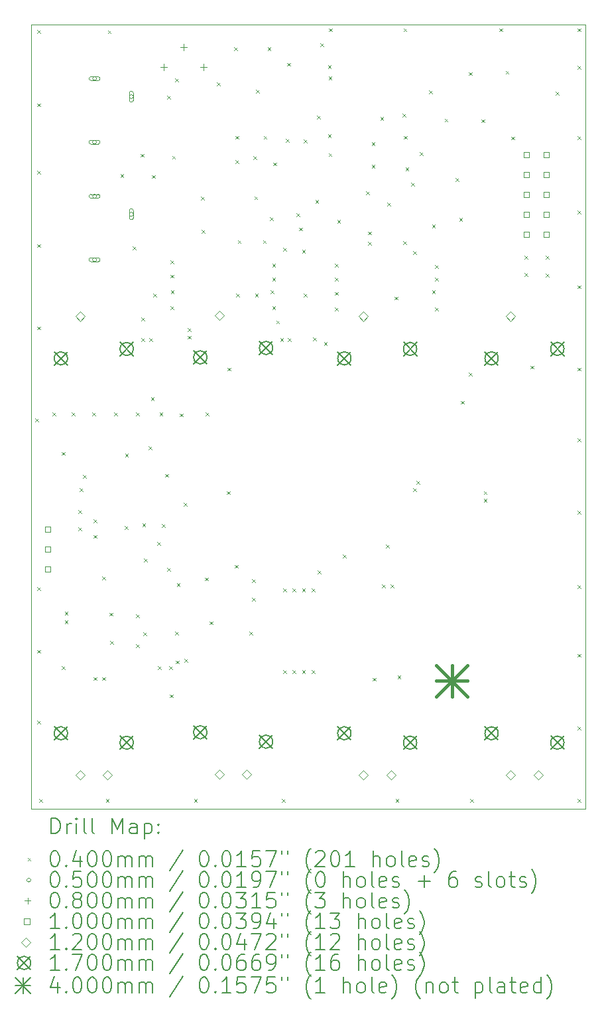
<source format=gbr>
%TF.GenerationSoftware,KiCad,Pcbnew,7.0.9*%
%TF.CreationDate,2024-11-09T18:38:01+13:00*%
%TF.ProjectId,ADSR Envelope,41445352-2045-46e7-9665-6c6f70652e6b,rev?*%
%TF.SameCoordinates,Original*%
%TF.FileFunction,Drillmap*%
%TF.FilePolarity,Positive*%
%FSLAX45Y45*%
G04 Gerber Fmt 4.5, Leading zero omitted, Abs format (unit mm)*
G04 Created by KiCad (PCBNEW 7.0.9) date 2024-11-09 18:38:01*
%MOMM*%
%LPD*%
G01*
G04 APERTURE LIST*
%ADD10C,0.100000*%
%ADD11C,0.200000*%
%ADD12C,0.120000*%
%ADD13C,0.170000*%
%ADD14C,0.400000*%
G04 APERTURE END LIST*
D10*
X10900000Y-4530000D02*
X17980000Y-4530000D01*
X17980000Y-4530000D02*
X17980000Y-14530000D01*
X17980000Y-14530000D02*
X10900000Y-14530000D01*
X10900000Y-14530000D02*
X10900000Y-4530000D01*
D11*
D10*
X10955000Y-9555000D02*
X10995000Y-9595000D01*
X10995000Y-9555000D02*
X10955000Y-9595000D01*
X10980000Y-4600000D02*
X11020000Y-4640000D01*
X11020000Y-4600000D02*
X10980000Y-4640000D01*
X10980000Y-5535050D02*
X11020000Y-5575050D01*
X11020000Y-5535050D02*
X10980000Y-5575050D01*
X10980000Y-6394950D02*
X11020000Y-6434950D01*
X11020000Y-6394950D02*
X10980000Y-6434950D01*
X10980000Y-7330000D02*
X11020000Y-7370000D01*
X11020000Y-7330000D02*
X10980000Y-7370000D01*
X10980000Y-8380000D02*
X11020000Y-8420000D01*
X11020000Y-8380000D02*
X10980000Y-8420000D01*
X10980000Y-11705000D02*
X11020000Y-11745000D01*
X11020000Y-11705000D02*
X10980000Y-11745000D01*
X10980000Y-12505000D02*
X11020000Y-12545000D01*
X11020000Y-12505000D02*
X10980000Y-12545000D01*
X10980000Y-13405000D02*
X11020000Y-13445000D01*
X11020000Y-13405000D02*
X10980000Y-13445000D01*
X11005000Y-14405000D02*
X11045000Y-14445000D01*
X11045000Y-14405000D02*
X11005000Y-14445000D01*
X11170000Y-9480000D02*
X11210000Y-9520000D01*
X11210000Y-9480000D02*
X11170000Y-9520000D01*
X11290000Y-9980000D02*
X11330000Y-10020000D01*
X11330000Y-9980000D02*
X11290000Y-10020000D01*
X11290000Y-12710000D02*
X11330000Y-12750000D01*
X11330000Y-12710000D02*
X11290000Y-12750000D01*
X11330000Y-12020000D02*
X11370000Y-12060000D01*
X11370000Y-12020000D02*
X11330000Y-12060000D01*
X11330000Y-12130000D02*
X11370000Y-12170000D01*
X11370000Y-12130000D02*
X11330000Y-12170000D01*
X11420000Y-9480000D02*
X11460000Y-9520000D01*
X11460000Y-9480000D02*
X11420000Y-9520000D01*
X11500000Y-10720000D02*
X11540000Y-10760000D01*
X11540000Y-10720000D02*
X11500000Y-10760000D01*
X11500000Y-10940000D02*
X11540000Y-10980000D01*
X11540000Y-10940000D02*
X11500000Y-10980000D01*
X11520000Y-10440000D02*
X11560000Y-10480000D01*
X11560000Y-10440000D02*
X11520000Y-10480000D01*
X11563281Y-10270263D02*
X11603281Y-10310263D01*
X11603281Y-10270263D02*
X11563281Y-10310263D01*
X11680000Y-9480000D02*
X11720000Y-9520000D01*
X11720000Y-9480000D02*
X11680000Y-9520000D01*
X11700000Y-10840000D02*
X11740000Y-10880000D01*
X11740000Y-10840000D02*
X11700000Y-10880000D01*
X11700000Y-11040000D02*
X11740000Y-11080000D01*
X11740000Y-11040000D02*
X11700000Y-11080000D01*
X11700000Y-12850000D02*
X11740000Y-12890000D01*
X11740000Y-12850000D02*
X11700000Y-12890000D01*
X11810000Y-11570000D02*
X11850000Y-11610000D01*
X11850000Y-11570000D02*
X11810000Y-11610000D01*
X11810000Y-12850000D02*
X11850000Y-12890000D01*
X11850000Y-12850000D02*
X11810000Y-12890000D01*
X11855000Y-14405000D02*
X11895000Y-14445000D01*
X11895000Y-14405000D02*
X11855000Y-14445000D01*
X11880000Y-4605000D02*
X11920000Y-4645000D01*
X11920000Y-4605000D02*
X11880000Y-4645000D01*
X11900000Y-12030000D02*
X11940000Y-12070000D01*
X11940000Y-12030000D02*
X11900000Y-12070000D01*
X11910061Y-12389294D02*
X11950061Y-12429294D01*
X11950061Y-12389294D02*
X11910061Y-12429294D01*
X11960000Y-9480000D02*
X12000000Y-9520000D01*
X12000000Y-9480000D02*
X11960000Y-9520000D01*
X12040000Y-6440000D02*
X12080000Y-6480000D01*
X12080000Y-6440000D02*
X12040000Y-6480000D01*
X12096434Y-10922125D02*
X12136434Y-10962125D01*
X12136434Y-10922125D02*
X12096434Y-10962125D01*
X12100000Y-10000000D02*
X12140000Y-10040000D01*
X12140000Y-10000000D02*
X12100000Y-10040000D01*
X12200000Y-7360000D02*
X12240000Y-7400000D01*
X12240000Y-7360000D02*
X12200000Y-7400000D01*
X12240000Y-9480000D02*
X12280000Y-9520000D01*
X12280000Y-9480000D02*
X12240000Y-9520000D01*
X12240000Y-12050000D02*
X12280000Y-12090000D01*
X12280000Y-12050000D02*
X12240000Y-12090000D01*
X12240000Y-12430000D02*
X12280000Y-12470000D01*
X12280000Y-12430000D02*
X12240000Y-12470000D01*
X12300000Y-6180000D02*
X12340000Y-6220000D01*
X12340000Y-6180000D02*
X12300000Y-6220000D01*
X12308770Y-8268770D02*
X12348770Y-8308770D01*
X12348770Y-8268770D02*
X12308770Y-8308770D01*
X12310000Y-8530000D02*
X12350000Y-8570000D01*
X12350000Y-8530000D02*
X12310000Y-8570000D01*
X12320000Y-10890000D02*
X12360000Y-10930000D01*
X12360000Y-10890000D02*
X12320000Y-10930000D01*
X12330000Y-12280000D02*
X12370000Y-12320000D01*
X12370000Y-12280000D02*
X12330000Y-12320000D01*
X12340000Y-11340000D02*
X12380000Y-11380000D01*
X12380000Y-11340000D02*
X12340000Y-11380000D01*
X12400000Y-9910000D02*
X12440000Y-9950000D01*
X12440000Y-9910000D02*
X12400000Y-9950000D01*
X12410000Y-8530000D02*
X12450000Y-8570000D01*
X12450000Y-8530000D02*
X12410000Y-8570000D01*
X12430000Y-9280000D02*
X12470000Y-9320000D01*
X12470000Y-9280000D02*
X12430000Y-9320000D01*
X12440000Y-6450000D02*
X12480000Y-6490000D01*
X12480000Y-6450000D02*
X12440000Y-6490000D01*
X12460000Y-7960000D02*
X12500000Y-8000000D01*
X12500000Y-7960000D02*
X12460000Y-8000000D01*
X12510000Y-11130000D02*
X12550000Y-11170000D01*
X12550000Y-11130000D02*
X12510000Y-11170000D01*
X12520000Y-12710000D02*
X12560000Y-12750000D01*
X12560000Y-12710000D02*
X12520000Y-12750000D01*
X12540000Y-9480000D02*
X12580000Y-9520000D01*
X12580000Y-9480000D02*
X12540000Y-9520000D01*
X12570000Y-10900000D02*
X12610000Y-10940000D01*
X12610000Y-10900000D02*
X12570000Y-10940000D01*
X12610000Y-10260000D02*
X12650000Y-10300000D01*
X12650000Y-10260000D02*
X12610000Y-10300000D01*
X12638190Y-11460746D02*
X12678190Y-11500746D01*
X12678190Y-11460746D02*
X12638190Y-11500746D01*
X12640000Y-5440000D02*
X12680000Y-5480000D01*
X12680000Y-5440000D02*
X12640000Y-5480000D01*
X12660000Y-12710000D02*
X12700000Y-12750000D01*
X12700000Y-12710000D02*
X12660000Y-12750000D01*
X12670000Y-13070000D02*
X12710000Y-13110000D01*
X12710000Y-13070000D02*
X12670000Y-13110000D01*
X12680000Y-7540000D02*
X12720000Y-7580000D01*
X12720000Y-7540000D02*
X12680000Y-7580000D01*
X12680000Y-7720000D02*
X12720000Y-7760000D01*
X12720000Y-7720000D02*
X12680000Y-7760000D01*
X12680000Y-8120000D02*
X12720000Y-8160000D01*
X12720000Y-8120000D02*
X12680000Y-8160000D01*
X12682970Y-7919431D02*
X12722970Y-7959431D01*
X12722970Y-7919431D02*
X12682970Y-7959431D01*
X12700000Y-6205000D02*
X12740000Y-6245000D01*
X12740000Y-6205000D02*
X12700000Y-6245000D01*
X12740000Y-5220000D02*
X12780000Y-5260000D01*
X12780000Y-5220000D02*
X12740000Y-5260000D01*
X12740000Y-12270000D02*
X12780000Y-12310000D01*
X12780000Y-12270000D02*
X12740000Y-12310000D01*
X12750000Y-12640000D02*
X12790000Y-12680000D01*
X12790000Y-12640000D02*
X12750000Y-12680000D01*
X12760000Y-11650000D02*
X12800000Y-11690000D01*
X12800000Y-11650000D02*
X12760000Y-11690000D01*
X12800000Y-9490000D02*
X12840000Y-9530000D01*
X12840000Y-9490000D02*
X12800000Y-9530000D01*
X12850000Y-10630000D02*
X12890000Y-10670000D01*
X12890000Y-10630000D02*
X12850000Y-10670000D01*
X12860000Y-12620000D02*
X12900000Y-12660000D01*
X12900000Y-12620000D02*
X12860000Y-12660000D01*
X12900000Y-8400000D02*
X12940000Y-8440000D01*
X12940000Y-8400000D02*
X12900000Y-8440000D01*
X12900000Y-8500000D02*
X12940000Y-8540000D01*
X12940000Y-8500000D02*
X12900000Y-8540000D01*
X12980000Y-14405000D02*
X13020000Y-14445000D01*
X13020000Y-14405000D02*
X12980000Y-14445000D01*
X13069121Y-6725463D02*
X13109121Y-6765463D01*
X13109121Y-6725463D02*
X13069121Y-6765463D01*
X13080000Y-7150000D02*
X13120000Y-7190000D01*
X13120000Y-7150000D02*
X13080000Y-7190000D01*
X13120000Y-11580000D02*
X13160000Y-11620000D01*
X13160000Y-11580000D02*
X13120000Y-11620000D01*
X13130000Y-9480000D02*
X13170000Y-9520000D01*
X13170000Y-9480000D02*
X13130000Y-9520000D01*
X13180000Y-12140000D02*
X13220000Y-12180000D01*
X13220000Y-12140000D02*
X13180000Y-12180000D01*
X13270000Y-5270000D02*
X13310000Y-5310000D01*
X13310000Y-5270000D02*
X13270000Y-5310000D01*
X13400000Y-10480000D02*
X13440000Y-10520000D01*
X13440000Y-10480000D02*
X13400000Y-10520000D01*
X13405000Y-8905000D02*
X13445000Y-8945000D01*
X13445000Y-8905000D02*
X13405000Y-8945000D01*
X13490000Y-4820000D02*
X13530000Y-4860000D01*
X13530000Y-4820000D02*
X13490000Y-4860000D01*
X13500000Y-11420000D02*
X13540000Y-11460000D01*
X13540000Y-11420000D02*
X13500000Y-11460000D01*
X13510000Y-5950000D02*
X13550000Y-5990000D01*
X13550000Y-5950000D02*
X13510000Y-5990000D01*
X13510000Y-6260000D02*
X13550000Y-6300000D01*
X13550000Y-6260000D02*
X13510000Y-6300000D01*
X13520000Y-7960000D02*
X13560000Y-8000000D01*
X13560000Y-7960000D02*
X13520000Y-8000000D01*
X13540000Y-7280000D02*
X13580000Y-7320000D01*
X13580000Y-7280000D02*
X13540000Y-7320000D01*
X13690000Y-12270000D02*
X13730000Y-12310000D01*
X13730000Y-12270000D02*
X13690000Y-12310000D01*
X13718175Y-11601016D02*
X13758175Y-11641016D01*
X13758175Y-11601016D02*
X13718175Y-11641016D01*
X13720000Y-11840000D02*
X13760000Y-11880000D01*
X13760000Y-11840000D02*
X13720000Y-11880000D01*
X13740000Y-6210000D02*
X13780000Y-6250000D01*
X13780000Y-6210000D02*
X13740000Y-6250000D01*
X13750000Y-6720000D02*
X13790000Y-6760000D01*
X13790000Y-6720000D02*
X13750000Y-6760000D01*
X13760000Y-7960000D02*
X13800000Y-8000000D01*
X13800000Y-7960000D02*
X13760000Y-8000000D01*
X13770000Y-5360000D02*
X13810000Y-5400000D01*
X13810000Y-5360000D02*
X13770000Y-5400000D01*
X13860000Y-7280000D02*
X13900000Y-7320000D01*
X13900000Y-7280000D02*
X13860000Y-7320000D01*
X13870000Y-5950000D02*
X13910000Y-5990000D01*
X13910000Y-5950000D02*
X13870000Y-5990000D01*
X13920000Y-4820000D02*
X13960000Y-4860000D01*
X13960000Y-4820000D02*
X13920000Y-4860000D01*
X13950000Y-6990000D02*
X13990000Y-7030000D01*
X13990000Y-6990000D02*
X13950000Y-7030000D01*
X13960000Y-7920000D02*
X14000000Y-7960000D01*
X14000000Y-7920000D02*
X13960000Y-7960000D01*
X13980000Y-7580000D02*
X14020000Y-7620000D01*
X14020000Y-7580000D02*
X13980000Y-7620000D01*
X13980000Y-7760000D02*
X14020000Y-7800000D01*
X14020000Y-7760000D02*
X13980000Y-7800000D01*
X13980000Y-8120000D02*
X14020000Y-8160000D01*
X14020000Y-8120000D02*
X13980000Y-8160000D01*
X13990000Y-6290000D02*
X14030000Y-6330000D01*
X14030000Y-6290000D02*
X13990000Y-6330000D01*
X14030000Y-8305000D02*
X14070000Y-8345000D01*
X14070000Y-8305000D02*
X14030000Y-8345000D01*
X14080000Y-8530000D02*
X14120000Y-8570000D01*
X14120000Y-8530000D02*
X14080000Y-8570000D01*
X14105000Y-14405000D02*
X14145000Y-14445000D01*
X14145000Y-14405000D02*
X14105000Y-14445000D01*
X14120000Y-7380000D02*
X14160000Y-7420000D01*
X14160000Y-7380000D02*
X14120000Y-7420000D01*
X14120000Y-11720000D02*
X14160000Y-11760000D01*
X14160000Y-11720000D02*
X14120000Y-11760000D01*
X14120000Y-12760000D02*
X14160000Y-12800000D01*
X14160000Y-12760000D02*
X14120000Y-12800000D01*
X14150000Y-5990000D02*
X14190000Y-6030000D01*
X14190000Y-5990000D02*
X14150000Y-6030000D01*
X14170000Y-5020000D02*
X14210000Y-5060000D01*
X14210000Y-5020000D02*
X14170000Y-5060000D01*
X14180000Y-8530000D02*
X14220000Y-8570000D01*
X14220000Y-8530000D02*
X14180000Y-8570000D01*
X14240000Y-11720000D02*
X14280000Y-11760000D01*
X14280000Y-11720000D02*
X14240000Y-11760000D01*
X14240000Y-12760000D02*
X14280000Y-12800000D01*
X14280000Y-12760000D02*
X14240000Y-12800000D01*
X14290000Y-6940000D02*
X14330000Y-6980000D01*
X14330000Y-6940000D02*
X14290000Y-6980000D01*
X14320000Y-7120000D02*
X14360000Y-7160000D01*
X14360000Y-7120000D02*
X14320000Y-7160000D01*
X14360000Y-7400000D02*
X14400000Y-7440000D01*
X14400000Y-7400000D02*
X14360000Y-7440000D01*
X14360000Y-11720000D02*
X14400000Y-11760000D01*
X14400000Y-11720000D02*
X14360000Y-11760000D01*
X14360000Y-12760000D02*
X14400000Y-12800000D01*
X14400000Y-12760000D02*
X14360000Y-12800000D01*
X14380000Y-6000000D02*
X14420000Y-6040000D01*
X14420000Y-6000000D02*
X14380000Y-6040000D01*
X14380000Y-7960000D02*
X14420000Y-8000000D01*
X14420000Y-7960000D02*
X14380000Y-8000000D01*
X14480000Y-11720000D02*
X14520000Y-11760000D01*
X14520000Y-11720000D02*
X14480000Y-11760000D01*
X14480000Y-12760000D02*
X14520000Y-12800000D01*
X14520000Y-12760000D02*
X14480000Y-12800000D01*
X14500000Y-8520000D02*
X14540000Y-8560000D01*
X14540000Y-8520000D02*
X14500000Y-8560000D01*
X14530000Y-6770000D02*
X14570000Y-6810000D01*
X14570000Y-6770000D02*
X14530000Y-6810000D01*
X14550000Y-5690000D02*
X14590000Y-5730000D01*
X14590000Y-5690000D02*
X14550000Y-5730000D01*
X14560000Y-11490000D02*
X14600000Y-11530000D01*
X14600000Y-11490000D02*
X14560000Y-11530000D01*
X14590000Y-4770000D02*
X14630000Y-4810000D01*
X14630000Y-4770000D02*
X14590000Y-4810000D01*
X14640000Y-8580000D02*
X14680000Y-8620000D01*
X14680000Y-8580000D02*
X14640000Y-8620000D01*
X14690000Y-5050000D02*
X14730000Y-5090000D01*
X14730000Y-5050000D02*
X14690000Y-5090000D01*
X14690000Y-5930000D02*
X14730000Y-5970000D01*
X14730000Y-5930000D02*
X14690000Y-5970000D01*
X14700000Y-5190000D02*
X14740000Y-5230000D01*
X14740000Y-5190000D02*
X14700000Y-5230000D01*
X14700000Y-6170000D02*
X14740000Y-6210000D01*
X14740000Y-6170000D02*
X14700000Y-6210000D01*
X14705000Y-4580000D02*
X14745000Y-4620000D01*
X14745000Y-4580000D02*
X14705000Y-4620000D01*
X14780000Y-7580000D02*
X14820000Y-7620000D01*
X14820000Y-7580000D02*
X14780000Y-7620000D01*
X14780000Y-7760000D02*
X14820000Y-7800000D01*
X14820000Y-7760000D02*
X14780000Y-7800000D01*
X14780000Y-7940000D02*
X14820000Y-7980000D01*
X14820000Y-7940000D02*
X14780000Y-7980000D01*
X14780000Y-8140000D02*
X14820000Y-8180000D01*
X14820000Y-8140000D02*
X14780000Y-8180000D01*
X14810000Y-7020000D02*
X14850000Y-7060000D01*
X14850000Y-7020000D02*
X14810000Y-7060000D01*
X14880000Y-11290000D02*
X14920000Y-11330000D01*
X14920000Y-11290000D02*
X14880000Y-11330000D01*
X15180000Y-6660000D02*
X15220000Y-6700000D01*
X15220000Y-6660000D02*
X15180000Y-6700000D01*
X15200000Y-7170000D02*
X15240000Y-7210000D01*
X15240000Y-7170000D02*
X15200000Y-7210000D01*
X15200000Y-7300000D02*
X15240000Y-7340000D01*
X15240000Y-7300000D02*
X15200000Y-7340000D01*
X15250000Y-6030000D02*
X15290000Y-6070000D01*
X15290000Y-6030000D02*
X15250000Y-6070000D01*
X15250000Y-6320000D02*
X15290000Y-6360000D01*
X15290000Y-6320000D02*
X15250000Y-6360000D01*
X15260000Y-12860000D02*
X15300000Y-12900000D01*
X15300000Y-12860000D02*
X15260000Y-12900000D01*
X15360000Y-5710000D02*
X15400000Y-5750000D01*
X15400000Y-5710000D02*
X15360000Y-5750000D01*
X15380000Y-11670000D02*
X15420000Y-11710000D01*
X15420000Y-11670000D02*
X15380000Y-11710000D01*
X15430000Y-11160000D02*
X15470000Y-11200000D01*
X15470000Y-11160000D02*
X15430000Y-11200000D01*
X15450000Y-6800000D02*
X15490000Y-6840000D01*
X15490000Y-6800000D02*
X15450000Y-6840000D01*
X15490000Y-11670000D02*
X15530000Y-11710000D01*
X15530000Y-11670000D02*
X15490000Y-11710000D01*
X15540000Y-8000000D02*
X15580000Y-8040000D01*
X15580000Y-8000000D02*
X15540000Y-8040000D01*
X15555000Y-14405000D02*
X15595000Y-14445000D01*
X15595000Y-14405000D02*
X15555000Y-14445000D01*
X15580000Y-12830000D02*
X15620000Y-12870000D01*
X15620000Y-12830000D02*
X15580000Y-12870000D01*
X15640000Y-5670000D02*
X15680000Y-5710000D01*
X15680000Y-5670000D02*
X15640000Y-5710000D01*
X15650000Y-7290000D02*
X15690000Y-7330000D01*
X15690000Y-7290000D02*
X15650000Y-7330000D01*
X15655000Y-4580000D02*
X15695000Y-4620000D01*
X15695000Y-4580000D02*
X15655000Y-4620000D01*
X15660000Y-5950000D02*
X15700000Y-5990000D01*
X15700000Y-5950000D02*
X15660000Y-5990000D01*
X15680000Y-6350000D02*
X15720000Y-6390000D01*
X15720000Y-6350000D02*
X15680000Y-6390000D01*
X15750000Y-6550000D02*
X15790000Y-6590000D01*
X15790000Y-6550000D02*
X15750000Y-6590000D01*
X15778854Y-7419657D02*
X15818854Y-7459657D01*
X15818854Y-7419657D02*
X15778854Y-7459657D01*
X15780000Y-10440000D02*
X15820000Y-10480000D01*
X15820000Y-10440000D02*
X15780000Y-10480000D01*
X15820000Y-10350000D02*
X15860000Y-10390000D01*
X15860000Y-10350000D02*
X15820000Y-10390000D01*
X15860000Y-6160000D02*
X15900000Y-6200000D01*
X15900000Y-6160000D02*
X15860000Y-6200000D01*
X15980000Y-5370000D02*
X16020000Y-5410000D01*
X16020000Y-5370000D02*
X15980000Y-5410000D01*
X16020000Y-7080000D02*
X16060000Y-7120000D01*
X16060000Y-7080000D02*
X16020000Y-7120000D01*
X16020000Y-7920000D02*
X16060000Y-7960000D01*
X16060000Y-7920000D02*
X16020000Y-7960000D01*
X16060000Y-7600000D02*
X16100000Y-7640000D01*
X16100000Y-7600000D02*
X16060000Y-7640000D01*
X16060000Y-7760000D02*
X16100000Y-7800000D01*
X16100000Y-7760000D02*
X16060000Y-7800000D01*
X16060000Y-8140000D02*
X16100000Y-8180000D01*
X16100000Y-8140000D02*
X16060000Y-8180000D01*
X16180000Y-5730000D02*
X16220000Y-5770000D01*
X16220000Y-5730000D02*
X16180000Y-5770000D01*
X16320000Y-6490000D02*
X16360000Y-6530000D01*
X16360000Y-6490000D02*
X16320000Y-6530000D01*
X16367204Y-6998366D02*
X16407204Y-7038366D01*
X16407204Y-6998366D02*
X16367204Y-7038366D01*
X16390000Y-9330000D02*
X16430000Y-9370000D01*
X16430000Y-9330000D02*
X16390000Y-9370000D01*
X16489646Y-5138882D02*
X16529646Y-5178882D01*
X16529646Y-5138882D02*
X16489646Y-5178882D01*
X16490000Y-8970000D02*
X16530000Y-9010000D01*
X16530000Y-8970000D02*
X16490000Y-9010000D01*
X16505000Y-14405000D02*
X16545000Y-14445000D01*
X16545000Y-14405000D02*
X16505000Y-14445000D01*
X16650000Y-5740000D02*
X16690000Y-5780000D01*
X16690000Y-5740000D02*
X16650000Y-5780000D01*
X16680000Y-10480000D02*
X16720000Y-10520000D01*
X16720000Y-10480000D02*
X16680000Y-10520000D01*
X16680000Y-10580000D02*
X16720000Y-10620000D01*
X16720000Y-10580000D02*
X16680000Y-10620000D01*
X16880000Y-4580000D02*
X16920000Y-4620000D01*
X16920000Y-4580000D02*
X16880000Y-4620000D01*
X16960000Y-5120000D02*
X17000000Y-5160000D01*
X17000000Y-5120000D02*
X16960000Y-5160000D01*
X17030000Y-5960000D02*
X17070000Y-6000000D01*
X17070000Y-5960000D02*
X17030000Y-6000000D01*
X17200000Y-7480000D02*
X17240000Y-7520000D01*
X17240000Y-7480000D02*
X17200000Y-7520000D01*
X17200000Y-7700000D02*
X17240000Y-7740000D01*
X17240000Y-7700000D02*
X17200000Y-7740000D01*
X17280000Y-8880000D02*
X17320000Y-8920000D01*
X17320000Y-8880000D02*
X17280000Y-8920000D01*
X17470000Y-7480000D02*
X17510000Y-7520000D01*
X17510000Y-7480000D02*
X17470000Y-7520000D01*
X17470000Y-7710000D02*
X17510000Y-7750000D01*
X17510000Y-7710000D02*
X17470000Y-7750000D01*
X17600000Y-5390000D02*
X17640000Y-5430000D01*
X17640000Y-5390000D02*
X17600000Y-5430000D01*
X17880000Y-4580000D02*
X17920000Y-4620000D01*
X17920000Y-4580000D02*
X17880000Y-4620000D01*
X17880000Y-5055000D02*
X17920000Y-5095000D01*
X17920000Y-5055000D02*
X17880000Y-5095000D01*
X17880000Y-5955000D02*
X17920000Y-5995000D01*
X17920000Y-5955000D02*
X17880000Y-5995000D01*
X17880000Y-6905000D02*
X17920000Y-6945000D01*
X17920000Y-6905000D02*
X17880000Y-6945000D01*
X17880000Y-7855000D02*
X17920000Y-7895000D01*
X17920000Y-7855000D02*
X17880000Y-7895000D01*
X17880000Y-8905000D02*
X17920000Y-8945000D01*
X17920000Y-8905000D02*
X17880000Y-8945000D01*
X17880000Y-9805000D02*
X17920000Y-9845000D01*
X17920000Y-9805000D02*
X17880000Y-9845000D01*
X17880000Y-10730000D02*
X17920000Y-10770000D01*
X17920000Y-10730000D02*
X17880000Y-10770000D01*
X17880000Y-11680000D02*
X17920000Y-11720000D01*
X17920000Y-11680000D02*
X17880000Y-11720000D01*
X17880000Y-12555000D02*
X17920000Y-12595000D01*
X17920000Y-12555000D02*
X17880000Y-12595000D01*
X17880000Y-13480000D02*
X17920000Y-13520000D01*
X17920000Y-13480000D02*
X17880000Y-13520000D01*
X17880000Y-14405000D02*
X17920000Y-14445000D01*
X17920000Y-14405000D02*
X17880000Y-14445000D01*
X11735000Y-5220000D02*
G75*
G03*
X11735000Y-5220000I-25000J0D01*
G01*
X11665000Y-5245000D02*
X11755000Y-5245000D01*
X11755000Y-5245000D02*
G75*
G03*
X11755000Y-5195000I0J25000D01*
G01*
X11755000Y-5195000D02*
X11665000Y-5195000D01*
X11665000Y-5195000D02*
G75*
G03*
X11665000Y-5245000I0J-25000D01*
G01*
X11735000Y-6030000D02*
G75*
G03*
X11735000Y-6030000I-25000J0D01*
G01*
X11755000Y-6005000D02*
X11665000Y-6005000D01*
X11665000Y-6005000D02*
G75*
G03*
X11665000Y-6055000I0J-25000D01*
G01*
X11665000Y-6055000D02*
X11755000Y-6055000D01*
X11755000Y-6055000D02*
G75*
G03*
X11755000Y-6005000I0J25000D01*
G01*
X11735000Y-6720000D02*
G75*
G03*
X11735000Y-6720000I-25000J0D01*
G01*
X11665000Y-6745000D02*
X11755000Y-6745000D01*
X11755000Y-6745000D02*
G75*
G03*
X11755000Y-6695000I0J25000D01*
G01*
X11755000Y-6695000D02*
X11665000Y-6695000D01*
X11665000Y-6695000D02*
G75*
G03*
X11665000Y-6745000I0J-25000D01*
G01*
X11735000Y-7530000D02*
G75*
G03*
X11735000Y-7530000I-25000J0D01*
G01*
X11755000Y-7505000D02*
X11665000Y-7505000D01*
X11665000Y-7505000D02*
G75*
G03*
X11665000Y-7555000I0J-25000D01*
G01*
X11665000Y-7555000D02*
X11755000Y-7555000D01*
X11755000Y-7555000D02*
G75*
G03*
X11755000Y-7505000I0J25000D01*
G01*
X12205000Y-5450000D02*
G75*
G03*
X12205000Y-5450000I-25000J0D01*
G01*
X12205000Y-5495000D02*
X12205000Y-5405000D01*
X12205000Y-5405000D02*
G75*
G03*
X12155000Y-5405000I-25000J0D01*
G01*
X12155000Y-5405000D02*
X12155000Y-5495000D01*
X12155000Y-5495000D02*
G75*
G03*
X12205000Y-5495000I25000J0D01*
G01*
X12205000Y-6950000D02*
G75*
G03*
X12205000Y-6950000I-25000J0D01*
G01*
X12205000Y-6995000D02*
X12205000Y-6905000D01*
X12205000Y-6905000D02*
G75*
G03*
X12155000Y-6905000I-25000J0D01*
G01*
X12155000Y-6905000D02*
X12155000Y-6995000D01*
X12155000Y-6995000D02*
G75*
G03*
X12205000Y-6995000I25000J0D01*
G01*
X12592000Y-5035000D02*
X12592000Y-5115000D01*
X12552000Y-5075000D02*
X12632000Y-5075000D01*
X12846000Y-4781000D02*
X12846000Y-4861000D01*
X12806000Y-4821000D02*
X12886000Y-4821000D01*
X13100000Y-5035000D02*
X13100000Y-5115000D01*
X13060000Y-5075000D02*
X13140000Y-5075000D01*
X11147856Y-10999856D02*
X11147856Y-10929144D01*
X11077144Y-10929144D01*
X11077144Y-10999856D01*
X11147856Y-10999856D01*
X11147856Y-11253856D02*
X11147856Y-11183144D01*
X11077144Y-11183144D01*
X11077144Y-11253856D01*
X11147856Y-11253856D01*
X11147856Y-11507856D02*
X11147856Y-11437144D01*
X11077144Y-11437144D01*
X11077144Y-11507856D01*
X11147856Y-11507856D01*
X17260356Y-6227356D02*
X17260356Y-6156644D01*
X17189644Y-6156644D01*
X17189644Y-6227356D01*
X17260356Y-6227356D01*
X17260356Y-6481356D02*
X17260356Y-6410644D01*
X17189644Y-6410644D01*
X17189644Y-6481356D01*
X17260356Y-6481356D01*
X17260356Y-6735356D02*
X17260356Y-6664644D01*
X17189644Y-6664644D01*
X17189644Y-6735356D01*
X17260356Y-6735356D01*
X17260356Y-6989356D02*
X17260356Y-6918644D01*
X17189644Y-6918644D01*
X17189644Y-6989356D01*
X17260356Y-6989356D01*
X17260356Y-7243356D02*
X17260356Y-7172644D01*
X17189644Y-7172644D01*
X17189644Y-7243356D01*
X17260356Y-7243356D01*
X17514356Y-6227356D02*
X17514356Y-6156644D01*
X17443644Y-6156644D01*
X17443644Y-6227356D01*
X17514356Y-6227356D01*
X17514356Y-6481356D02*
X17514356Y-6410644D01*
X17443644Y-6410644D01*
X17443644Y-6481356D01*
X17514356Y-6481356D01*
X17514356Y-6735356D02*
X17514356Y-6664644D01*
X17443644Y-6664644D01*
X17443644Y-6735356D01*
X17514356Y-6735356D01*
X17514356Y-6989356D02*
X17514356Y-6918644D01*
X17443644Y-6918644D01*
X17443644Y-6989356D01*
X17514356Y-6989356D01*
X17514356Y-7243356D02*
X17514356Y-7172644D01*
X17443644Y-7172644D01*
X17443644Y-7243356D01*
X17514356Y-7243356D01*
D12*
X11525000Y-8312000D02*
X11585000Y-8252000D01*
X11525000Y-8192000D01*
X11465000Y-8252000D01*
X11525000Y-8312000D01*
X11525000Y-14162000D02*
X11585000Y-14102000D01*
X11525000Y-14042000D01*
X11465000Y-14102000D01*
X11525000Y-14162000D01*
X11875000Y-14162000D02*
X11935000Y-14102000D01*
X11875000Y-14042000D01*
X11815000Y-14102000D01*
X11875000Y-14162000D01*
X13305000Y-8299000D02*
X13365000Y-8239000D01*
X13305000Y-8179000D01*
X13245000Y-8239000D01*
X13305000Y-8299000D01*
X13305000Y-14149000D02*
X13365000Y-14089000D01*
X13305000Y-14029000D01*
X13245000Y-14089000D01*
X13305000Y-14149000D01*
X13655000Y-14149000D02*
X13715000Y-14089000D01*
X13655000Y-14029000D01*
X13595000Y-14089000D01*
X13655000Y-14149000D01*
X15145000Y-8312000D02*
X15205000Y-8252000D01*
X15145000Y-8192000D01*
X15085000Y-8252000D01*
X15145000Y-8312000D01*
X15145000Y-14162000D02*
X15205000Y-14102000D01*
X15145000Y-14042000D01*
X15085000Y-14102000D01*
X15145000Y-14162000D01*
X15495000Y-14162000D02*
X15555000Y-14102000D01*
X15495000Y-14042000D01*
X15435000Y-14102000D01*
X15495000Y-14162000D01*
X17025000Y-8312000D02*
X17085000Y-8252000D01*
X17025000Y-8192000D01*
X16965000Y-8252000D01*
X17025000Y-8312000D01*
X17025000Y-14162000D02*
X17085000Y-14102000D01*
X17025000Y-14042000D01*
X16965000Y-14102000D01*
X17025000Y-14162000D01*
X17375000Y-14162000D02*
X17435000Y-14102000D01*
X17375000Y-14042000D01*
X17315000Y-14102000D01*
X17375000Y-14162000D01*
D13*
X11195000Y-8702000D02*
X11365000Y-8872000D01*
X11365000Y-8702000D02*
X11195000Y-8872000D01*
X11365000Y-8787000D02*
G75*
G03*
X11365000Y-8787000I-85000J0D01*
G01*
X11195000Y-13482000D02*
X11365000Y-13652000D01*
X11365000Y-13482000D02*
X11195000Y-13652000D01*
X11365000Y-13567000D02*
G75*
G03*
X11365000Y-13567000I-85000J0D01*
G01*
X12035000Y-8582000D02*
X12205000Y-8752000D01*
X12205000Y-8582000D02*
X12035000Y-8752000D01*
X12205000Y-8667000D02*
G75*
G03*
X12205000Y-8667000I-85000J0D01*
G01*
X12035000Y-13602000D02*
X12205000Y-13772000D01*
X12205000Y-13602000D02*
X12035000Y-13772000D01*
X12205000Y-13687000D02*
G75*
G03*
X12205000Y-13687000I-85000J0D01*
G01*
X12975000Y-8689000D02*
X13145000Y-8859000D01*
X13145000Y-8689000D02*
X12975000Y-8859000D01*
X13145000Y-8774000D02*
G75*
G03*
X13145000Y-8774000I-85000J0D01*
G01*
X12975000Y-13469000D02*
X13145000Y-13639000D01*
X13145000Y-13469000D02*
X12975000Y-13639000D01*
X13145000Y-13554000D02*
G75*
G03*
X13145000Y-13554000I-85000J0D01*
G01*
X13815000Y-8569000D02*
X13985000Y-8739000D01*
X13985000Y-8569000D02*
X13815000Y-8739000D01*
X13985000Y-8654000D02*
G75*
G03*
X13985000Y-8654000I-85000J0D01*
G01*
X13815000Y-13589000D02*
X13985000Y-13759000D01*
X13985000Y-13589000D02*
X13815000Y-13759000D01*
X13985000Y-13674000D02*
G75*
G03*
X13985000Y-13674000I-85000J0D01*
G01*
X14815000Y-8702000D02*
X14985000Y-8872000D01*
X14985000Y-8702000D02*
X14815000Y-8872000D01*
X14985000Y-8787000D02*
G75*
G03*
X14985000Y-8787000I-85000J0D01*
G01*
X14815000Y-13482000D02*
X14985000Y-13652000D01*
X14985000Y-13482000D02*
X14815000Y-13652000D01*
X14985000Y-13567000D02*
G75*
G03*
X14985000Y-13567000I-85000J0D01*
G01*
X15655000Y-8582000D02*
X15825000Y-8752000D01*
X15825000Y-8582000D02*
X15655000Y-8752000D01*
X15825000Y-8667000D02*
G75*
G03*
X15825000Y-8667000I-85000J0D01*
G01*
X15655000Y-13602000D02*
X15825000Y-13772000D01*
X15825000Y-13602000D02*
X15655000Y-13772000D01*
X15825000Y-13687000D02*
G75*
G03*
X15825000Y-13687000I-85000J0D01*
G01*
X16695000Y-8702000D02*
X16865000Y-8872000D01*
X16865000Y-8702000D02*
X16695000Y-8872000D01*
X16865000Y-8787000D02*
G75*
G03*
X16865000Y-8787000I-85000J0D01*
G01*
X16695000Y-13482000D02*
X16865000Y-13652000D01*
X16865000Y-13482000D02*
X16695000Y-13652000D01*
X16865000Y-13567000D02*
G75*
G03*
X16865000Y-13567000I-85000J0D01*
G01*
X17535000Y-8582000D02*
X17705000Y-8752000D01*
X17705000Y-8582000D02*
X17535000Y-8752000D01*
X17705000Y-8667000D02*
G75*
G03*
X17705000Y-8667000I-85000J0D01*
G01*
X17535000Y-13602000D02*
X17705000Y-13772000D01*
X17705000Y-13602000D02*
X17535000Y-13772000D01*
X17705000Y-13687000D02*
G75*
G03*
X17705000Y-13687000I-85000J0D01*
G01*
D14*
X16075000Y-12700000D02*
X16475000Y-13100000D01*
X16475000Y-12700000D02*
X16075000Y-13100000D01*
X16275000Y-12700000D02*
X16275000Y-13100000D01*
X16075000Y-12900000D02*
X16475000Y-12900000D01*
D11*
X11155777Y-14846484D02*
X11155777Y-14646484D01*
X11155777Y-14646484D02*
X11203396Y-14646484D01*
X11203396Y-14646484D02*
X11231967Y-14656008D01*
X11231967Y-14656008D02*
X11251015Y-14675055D01*
X11251015Y-14675055D02*
X11260539Y-14694103D01*
X11260539Y-14694103D02*
X11270062Y-14732198D01*
X11270062Y-14732198D02*
X11270062Y-14760769D01*
X11270062Y-14760769D02*
X11260539Y-14798865D01*
X11260539Y-14798865D02*
X11251015Y-14817912D01*
X11251015Y-14817912D02*
X11231967Y-14836960D01*
X11231967Y-14836960D02*
X11203396Y-14846484D01*
X11203396Y-14846484D02*
X11155777Y-14846484D01*
X11355777Y-14846484D02*
X11355777Y-14713150D01*
X11355777Y-14751246D02*
X11365301Y-14732198D01*
X11365301Y-14732198D02*
X11374824Y-14722674D01*
X11374824Y-14722674D02*
X11393872Y-14713150D01*
X11393872Y-14713150D02*
X11412920Y-14713150D01*
X11479586Y-14846484D02*
X11479586Y-14713150D01*
X11479586Y-14646484D02*
X11470062Y-14656008D01*
X11470062Y-14656008D02*
X11479586Y-14665531D01*
X11479586Y-14665531D02*
X11489110Y-14656008D01*
X11489110Y-14656008D02*
X11479586Y-14646484D01*
X11479586Y-14646484D02*
X11479586Y-14665531D01*
X11603396Y-14846484D02*
X11584348Y-14836960D01*
X11584348Y-14836960D02*
X11574824Y-14817912D01*
X11574824Y-14817912D02*
X11574824Y-14646484D01*
X11708158Y-14846484D02*
X11689110Y-14836960D01*
X11689110Y-14836960D02*
X11679586Y-14817912D01*
X11679586Y-14817912D02*
X11679586Y-14646484D01*
X11936729Y-14846484D02*
X11936729Y-14646484D01*
X11936729Y-14646484D02*
X12003396Y-14789341D01*
X12003396Y-14789341D02*
X12070062Y-14646484D01*
X12070062Y-14646484D02*
X12070062Y-14846484D01*
X12251015Y-14846484D02*
X12251015Y-14741722D01*
X12251015Y-14741722D02*
X12241491Y-14722674D01*
X12241491Y-14722674D02*
X12222443Y-14713150D01*
X12222443Y-14713150D02*
X12184348Y-14713150D01*
X12184348Y-14713150D02*
X12165301Y-14722674D01*
X12251015Y-14836960D02*
X12231967Y-14846484D01*
X12231967Y-14846484D02*
X12184348Y-14846484D01*
X12184348Y-14846484D02*
X12165301Y-14836960D01*
X12165301Y-14836960D02*
X12155777Y-14817912D01*
X12155777Y-14817912D02*
X12155777Y-14798865D01*
X12155777Y-14798865D02*
X12165301Y-14779817D01*
X12165301Y-14779817D02*
X12184348Y-14770293D01*
X12184348Y-14770293D02*
X12231967Y-14770293D01*
X12231967Y-14770293D02*
X12251015Y-14760769D01*
X12346253Y-14713150D02*
X12346253Y-14913150D01*
X12346253Y-14722674D02*
X12365301Y-14713150D01*
X12365301Y-14713150D02*
X12403396Y-14713150D01*
X12403396Y-14713150D02*
X12422443Y-14722674D01*
X12422443Y-14722674D02*
X12431967Y-14732198D01*
X12431967Y-14732198D02*
X12441491Y-14751246D01*
X12441491Y-14751246D02*
X12441491Y-14808388D01*
X12441491Y-14808388D02*
X12431967Y-14827436D01*
X12431967Y-14827436D02*
X12422443Y-14836960D01*
X12422443Y-14836960D02*
X12403396Y-14846484D01*
X12403396Y-14846484D02*
X12365301Y-14846484D01*
X12365301Y-14846484D02*
X12346253Y-14836960D01*
X12527205Y-14827436D02*
X12536729Y-14836960D01*
X12536729Y-14836960D02*
X12527205Y-14846484D01*
X12527205Y-14846484D02*
X12517682Y-14836960D01*
X12517682Y-14836960D02*
X12527205Y-14827436D01*
X12527205Y-14827436D02*
X12527205Y-14846484D01*
X12527205Y-14722674D02*
X12536729Y-14732198D01*
X12536729Y-14732198D02*
X12527205Y-14741722D01*
X12527205Y-14741722D02*
X12517682Y-14732198D01*
X12517682Y-14732198D02*
X12527205Y-14722674D01*
X12527205Y-14722674D02*
X12527205Y-14741722D01*
D10*
X10855000Y-15155000D02*
X10895000Y-15195000D01*
X10895000Y-15155000D02*
X10855000Y-15195000D01*
D11*
X11193872Y-15066484D02*
X11212920Y-15066484D01*
X11212920Y-15066484D02*
X11231967Y-15076008D01*
X11231967Y-15076008D02*
X11241491Y-15085531D01*
X11241491Y-15085531D02*
X11251015Y-15104579D01*
X11251015Y-15104579D02*
X11260539Y-15142674D01*
X11260539Y-15142674D02*
X11260539Y-15190293D01*
X11260539Y-15190293D02*
X11251015Y-15228388D01*
X11251015Y-15228388D02*
X11241491Y-15247436D01*
X11241491Y-15247436D02*
X11231967Y-15256960D01*
X11231967Y-15256960D02*
X11212920Y-15266484D01*
X11212920Y-15266484D02*
X11193872Y-15266484D01*
X11193872Y-15266484D02*
X11174824Y-15256960D01*
X11174824Y-15256960D02*
X11165301Y-15247436D01*
X11165301Y-15247436D02*
X11155777Y-15228388D01*
X11155777Y-15228388D02*
X11146253Y-15190293D01*
X11146253Y-15190293D02*
X11146253Y-15142674D01*
X11146253Y-15142674D02*
X11155777Y-15104579D01*
X11155777Y-15104579D02*
X11165301Y-15085531D01*
X11165301Y-15085531D02*
X11174824Y-15076008D01*
X11174824Y-15076008D02*
X11193872Y-15066484D01*
X11346253Y-15247436D02*
X11355777Y-15256960D01*
X11355777Y-15256960D02*
X11346253Y-15266484D01*
X11346253Y-15266484D02*
X11336729Y-15256960D01*
X11336729Y-15256960D02*
X11346253Y-15247436D01*
X11346253Y-15247436D02*
X11346253Y-15266484D01*
X11527205Y-15133150D02*
X11527205Y-15266484D01*
X11479586Y-15056960D02*
X11431967Y-15199817D01*
X11431967Y-15199817D02*
X11555777Y-15199817D01*
X11670062Y-15066484D02*
X11689110Y-15066484D01*
X11689110Y-15066484D02*
X11708158Y-15076008D01*
X11708158Y-15076008D02*
X11717682Y-15085531D01*
X11717682Y-15085531D02*
X11727205Y-15104579D01*
X11727205Y-15104579D02*
X11736729Y-15142674D01*
X11736729Y-15142674D02*
X11736729Y-15190293D01*
X11736729Y-15190293D02*
X11727205Y-15228388D01*
X11727205Y-15228388D02*
X11717682Y-15247436D01*
X11717682Y-15247436D02*
X11708158Y-15256960D01*
X11708158Y-15256960D02*
X11689110Y-15266484D01*
X11689110Y-15266484D02*
X11670062Y-15266484D01*
X11670062Y-15266484D02*
X11651015Y-15256960D01*
X11651015Y-15256960D02*
X11641491Y-15247436D01*
X11641491Y-15247436D02*
X11631967Y-15228388D01*
X11631967Y-15228388D02*
X11622443Y-15190293D01*
X11622443Y-15190293D02*
X11622443Y-15142674D01*
X11622443Y-15142674D02*
X11631967Y-15104579D01*
X11631967Y-15104579D02*
X11641491Y-15085531D01*
X11641491Y-15085531D02*
X11651015Y-15076008D01*
X11651015Y-15076008D02*
X11670062Y-15066484D01*
X11860539Y-15066484D02*
X11879586Y-15066484D01*
X11879586Y-15066484D02*
X11898634Y-15076008D01*
X11898634Y-15076008D02*
X11908158Y-15085531D01*
X11908158Y-15085531D02*
X11917682Y-15104579D01*
X11917682Y-15104579D02*
X11927205Y-15142674D01*
X11927205Y-15142674D02*
X11927205Y-15190293D01*
X11927205Y-15190293D02*
X11917682Y-15228388D01*
X11917682Y-15228388D02*
X11908158Y-15247436D01*
X11908158Y-15247436D02*
X11898634Y-15256960D01*
X11898634Y-15256960D02*
X11879586Y-15266484D01*
X11879586Y-15266484D02*
X11860539Y-15266484D01*
X11860539Y-15266484D02*
X11841491Y-15256960D01*
X11841491Y-15256960D02*
X11831967Y-15247436D01*
X11831967Y-15247436D02*
X11822443Y-15228388D01*
X11822443Y-15228388D02*
X11812920Y-15190293D01*
X11812920Y-15190293D02*
X11812920Y-15142674D01*
X11812920Y-15142674D02*
X11822443Y-15104579D01*
X11822443Y-15104579D02*
X11831967Y-15085531D01*
X11831967Y-15085531D02*
X11841491Y-15076008D01*
X11841491Y-15076008D02*
X11860539Y-15066484D01*
X12012920Y-15266484D02*
X12012920Y-15133150D01*
X12012920Y-15152198D02*
X12022443Y-15142674D01*
X12022443Y-15142674D02*
X12041491Y-15133150D01*
X12041491Y-15133150D02*
X12070063Y-15133150D01*
X12070063Y-15133150D02*
X12089110Y-15142674D01*
X12089110Y-15142674D02*
X12098634Y-15161722D01*
X12098634Y-15161722D02*
X12098634Y-15266484D01*
X12098634Y-15161722D02*
X12108158Y-15142674D01*
X12108158Y-15142674D02*
X12127205Y-15133150D01*
X12127205Y-15133150D02*
X12155777Y-15133150D01*
X12155777Y-15133150D02*
X12174824Y-15142674D01*
X12174824Y-15142674D02*
X12184348Y-15161722D01*
X12184348Y-15161722D02*
X12184348Y-15266484D01*
X12279586Y-15266484D02*
X12279586Y-15133150D01*
X12279586Y-15152198D02*
X12289110Y-15142674D01*
X12289110Y-15142674D02*
X12308158Y-15133150D01*
X12308158Y-15133150D02*
X12336729Y-15133150D01*
X12336729Y-15133150D02*
X12355777Y-15142674D01*
X12355777Y-15142674D02*
X12365301Y-15161722D01*
X12365301Y-15161722D02*
X12365301Y-15266484D01*
X12365301Y-15161722D02*
X12374824Y-15142674D01*
X12374824Y-15142674D02*
X12393872Y-15133150D01*
X12393872Y-15133150D02*
X12422443Y-15133150D01*
X12422443Y-15133150D02*
X12441491Y-15142674D01*
X12441491Y-15142674D02*
X12451015Y-15161722D01*
X12451015Y-15161722D02*
X12451015Y-15266484D01*
X12841491Y-15056960D02*
X12670063Y-15314103D01*
X13098634Y-15066484D02*
X13117682Y-15066484D01*
X13117682Y-15066484D02*
X13136729Y-15076008D01*
X13136729Y-15076008D02*
X13146253Y-15085531D01*
X13146253Y-15085531D02*
X13155777Y-15104579D01*
X13155777Y-15104579D02*
X13165301Y-15142674D01*
X13165301Y-15142674D02*
X13165301Y-15190293D01*
X13165301Y-15190293D02*
X13155777Y-15228388D01*
X13155777Y-15228388D02*
X13146253Y-15247436D01*
X13146253Y-15247436D02*
X13136729Y-15256960D01*
X13136729Y-15256960D02*
X13117682Y-15266484D01*
X13117682Y-15266484D02*
X13098634Y-15266484D01*
X13098634Y-15266484D02*
X13079586Y-15256960D01*
X13079586Y-15256960D02*
X13070063Y-15247436D01*
X13070063Y-15247436D02*
X13060539Y-15228388D01*
X13060539Y-15228388D02*
X13051015Y-15190293D01*
X13051015Y-15190293D02*
X13051015Y-15142674D01*
X13051015Y-15142674D02*
X13060539Y-15104579D01*
X13060539Y-15104579D02*
X13070063Y-15085531D01*
X13070063Y-15085531D02*
X13079586Y-15076008D01*
X13079586Y-15076008D02*
X13098634Y-15066484D01*
X13251015Y-15247436D02*
X13260539Y-15256960D01*
X13260539Y-15256960D02*
X13251015Y-15266484D01*
X13251015Y-15266484D02*
X13241491Y-15256960D01*
X13241491Y-15256960D02*
X13251015Y-15247436D01*
X13251015Y-15247436D02*
X13251015Y-15266484D01*
X13384348Y-15066484D02*
X13403396Y-15066484D01*
X13403396Y-15066484D02*
X13422444Y-15076008D01*
X13422444Y-15076008D02*
X13431967Y-15085531D01*
X13431967Y-15085531D02*
X13441491Y-15104579D01*
X13441491Y-15104579D02*
X13451015Y-15142674D01*
X13451015Y-15142674D02*
X13451015Y-15190293D01*
X13451015Y-15190293D02*
X13441491Y-15228388D01*
X13441491Y-15228388D02*
X13431967Y-15247436D01*
X13431967Y-15247436D02*
X13422444Y-15256960D01*
X13422444Y-15256960D02*
X13403396Y-15266484D01*
X13403396Y-15266484D02*
X13384348Y-15266484D01*
X13384348Y-15266484D02*
X13365301Y-15256960D01*
X13365301Y-15256960D02*
X13355777Y-15247436D01*
X13355777Y-15247436D02*
X13346253Y-15228388D01*
X13346253Y-15228388D02*
X13336729Y-15190293D01*
X13336729Y-15190293D02*
X13336729Y-15142674D01*
X13336729Y-15142674D02*
X13346253Y-15104579D01*
X13346253Y-15104579D02*
X13355777Y-15085531D01*
X13355777Y-15085531D02*
X13365301Y-15076008D01*
X13365301Y-15076008D02*
X13384348Y-15066484D01*
X13641491Y-15266484D02*
X13527206Y-15266484D01*
X13584348Y-15266484D02*
X13584348Y-15066484D01*
X13584348Y-15066484D02*
X13565301Y-15095055D01*
X13565301Y-15095055D02*
X13546253Y-15114103D01*
X13546253Y-15114103D02*
X13527206Y-15123627D01*
X13822444Y-15066484D02*
X13727206Y-15066484D01*
X13727206Y-15066484D02*
X13717682Y-15161722D01*
X13717682Y-15161722D02*
X13727206Y-15152198D01*
X13727206Y-15152198D02*
X13746253Y-15142674D01*
X13746253Y-15142674D02*
X13793872Y-15142674D01*
X13793872Y-15142674D02*
X13812920Y-15152198D01*
X13812920Y-15152198D02*
X13822444Y-15161722D01*
X13822444Y-15161722D02*
X13831967Y-15180769D01*
X13831967Y-15180769D02*
X13831967Y-15228388D01*
X13831967Y-15228388D02*
X13822444Y-15247436D01*
X13822444Y-15247436D02*
X13812920Y-15256960D01*
X13812920Y-15256960D02*
X13793872Y-15266484D01*
X13793872Y-15266484D02*
X13746253Y-15266484D01*
X13746253Y-15266484D02*
X13727206Y-15256960D01*
X13727206Y-15256960D02*
X13717682Y-15247436D01*
X13898634Y-15066484D02*
X14031967Y-15066484D01*
X14031967Y-15066484D02*
X13946253Y-15266484D01*
X14098634Y-15066484D02*
X14098634Y-15104579D01*
X14174825Y-15066484D02*
X14174825Y-15104579D01*
X14470063Y-15342674D02*
X14460539Y-15333150D01*
X14460539Y-15333150D02*
X14441491Y-15304579D01*
X14441491Y-15304579D02*
X14431968Y-15285531D01*
X14431968Y-15285531D02*
X14422444Y-15256960D01*
X14422444Y-15256960D02*
X14412920Y-15209341D01*
X14412920Y-15209341D02*
X14412920Y-15171246D01*
X14412920Y-15171246D02*
X14422444Y-15123627D01*
X14422444Y-15123627D02*
X14431968Y-15095055D01*
X14431968Y-15095055D02*
X14441491Y-15076008D01*
X14441491Y-15076008D02*
X14460539Y-15047436D01*
X14460539Y-15047436D02*
X14470063Y-15037912D01*
X14536729Y-15085531D02*
X14546253Y-15076008D01*
X14546253Y-15076008D02*
X14565301Y-15066484D01*
X14565301Y-15066484D02*
X14612920Y-15066484D01*
X14612920Y-15066484D02*
X14631968Y-15076008D01*
X14631968Y-15076008D02*
X14641491Y-15085531D01*
X14641491Y-15085531D02*
X14651015Y-15104579D01*
X14651015Y-15104579D02*
X14651015Y-15123627D01*
X14651015Y-15123627D02*
X14641491Y-15152198D01*
X14641491Y-15152198D02*
X14527206Y-15266484D01*
X14527206Y-15266484D02*
X14651015Y-15266484D01*
X14774825Y-15066484D02*
X14793872Y-15066484D01*
X14793872Y-15066484D02*
X14812920Y-15076008D01*
X14812920Y-15076008D02*
X14822444Y-15085531D01*
X14822444Y-15085531D02*
X14831968Y-15104579D01*
X14831968Y-15104579D02*
X14841491Y-15142674D01*
X14841491Y-15142674D02*
X14841491Y-15190293D01*
X14841491Y-15190293D02*
X14831968Y-15228388D01*
X14831968Y-15228388D02*
X14822444Y-15247436D01*
X14822444Y-15247436D02*
X14812920Y-15256960D01*
X14812920Y-15256960D02*
X14793872Y-15266484D01*
X14793872Y-15266484D02*
X14774825Y-15266484D01*
X14774825Y-15266484D02*
X14755777Y-15256960D01*
X14755777Y-15256960D02*
X14746253Y-15247436D01*
X14746253Y-15247436D02*
X14736729Y-15228388D01*
X14736729Y-15228388D02*
X14727206Y-15190293D01*
X14727206Y-15190293D02*
X14727206Y-15142674D01*
X14727206Y-15142674D02*
X14736729Y-15104579D01*
X14736729Y-15104579D02*
X14746253Y-15085531D01*
X14746253Y-15085531D02*
X14755777Y-15076008D01*
X14755777Y-15076008D02*
X14774825Y-15066484D01*
X15031968Y-15266484D02*
X14917682Y-15266484D01*
X14974825Y-15266484D02*
X14974825Y-15066484D01*
X14974825Y-15066484D02*
X14955777Y-15095055D01*
X14955777Y-15095055D02*
X14936729Y-15114103D01*
X14936729Y-15114103D02*
X14917682Y-15123627D01*
X15270063Y-15266484D02*
X15270063Y-15066484D01*
X15355777Y-15266484D02*
X15355777Y-15161722D01*
X15355777Y-15161722D02*
X15346253Y-15142674D01*
X15346253Y-15142674D02*
X15327206Y-15133150D01*
X15327206Y-15133150D02*
X15298634Y-15133150D01*
X15298634Y-15133150D02*
X15279587Y-15142674D01*
X15279587Y-15142674D02*
X15270063Y-15152198D01*
X15479587Y-15266484D02*
X15460539Y-15256960D01*
X15460539Y-15256960D02*
X15451015Y-15247436D01*
X15451015Y-15247436D02*
X15441491Y-15228388D01*
X15441491Y-15228388D02*
X15441491Y-15171246D01*
X15441491Y-15171246D02*
X15451015Y-15152198D01*
X15451015Y-15152198D02*
X15460539Y-15142674D01*
X15460539Y-15142674D02*
X15479587Y-15133150D01*
X15479587Y-15133150D02*
X15508158Y-15133150D01*
X15508158Y-15133150D02*
X15527206Y-15142674D01*
X15527206Y-15142674D02*
X15536730Y-15152198D01*
X15536730Y-15152198D02*
X15546253Y-15171246D01*
X15546253Y-15171246D02*
X15546253Y-15228388D01*
X15546253Y-15228388D02*
X15536730Y-15247436D01*
X15536730Y-15247436D02*
X15527206Y-15256960D01*
X15527206Y-15256960D02*
X15508158Y-15266484D01*
X15508158Y-15266484D02*
X15479587Y-15266484D01*
X15660539Y-15266484D02*
X15641491Y-15256960D01*
X15641491Y-15256960D02*
X15631968Y-15237912D01*
X15631968Y-15237912D02*
X15631968Y-15066484D01*
X15812920Y-15256960D02*
X15793872Y-15266484D01*
X15793872Y-15266484D02*
X15755777Y-15266484D01*
X15755777Y-15266484D02*
X15736730Y-15256960D01*
X15736730Y-15256960D02*
X15727206Y-15237912D01*
X15727206Y-15237912D02*
X15727206Y-15161722D01*
X15727206Y-15161722D02*
X15736730Y-15142674D01*
X15736730Y-15142674D02*
X15755777Y-15133150D01*
X15755777Y-15133150D02*
X15793872Y-15133150D01*
X15793872Y-15133150D02*
X15812920Y-15142674D01*
X15812920Y-15142674D02*
X15822444Y-15161722D01*
X15822444Y-15161722D02*
X15822444Y-15180769D01*
X15822444Y-15180769D02*
X15727206Y-15199817D01*
X15898634Y-15256960D02*
X15917682Y-15266484D01*
X15917682Y-15266484D02*
X15955777Y-15266484D01*
X15955777Y-15266484D02*
X15974825Y-15256960D01*
X15974825Y-15256960D02*
X15984349Y-15237912D01*
X15984349Y-15237912D02*
X15984349Y-15228388D01*
X15984349Y-15228388D02*
X15974825Y-15209341D01*
X15974825Y-15209341D02*
X15955777Y-15199817D01*
X15955777Y-15199817D02*
X15927206Y-15199817D01*
X15927206Y-15199817D02*
X15908158Y-15190293D01*
X15908158Y-15190293D02*
X15898634Y-15171246D01*
X15898634Y-15171246D02*
X15898634Y-15161722D01*
X15898634Y-15161722D02*
X15908158Y-15142674D01*
X15908158Y-15142674D02*
X15927206Y-15133150D01*
X15927206Y-15133150D02*
X15955777Y-15133150D01*
X15955777Y-15133150D02*
X15974825Y-15142674D01*
X16051015Y-15342674D02*
X16060539Y-15333150D01*
X16060539Y-15333150D02*
X16079587Y-15304579D01*
X16079587Y-15304579D02*
X16089111Y-15285531D01*
X16089111Y-15285531D02*
X16098634Y-15256960D01*
X16098634Y-15256960D02*
X16108158Y-15209341D01*
X16108158Y-15209341D02*
X16108158Y-15171246D01*
X16108158Y-15171246D02*
X16098634Y-15123627D01*
X16098634Y-15123627D02*
X16089111Y-15095055D01*
X16089111Y-15095055D02*
X16079587Y-15076008D01*
X16079587Y-15076008D02*
X16060539Y-15047436D01*
X16060539Y-15047436D02*
X16051015Y-15037912D01*
D10*
X10895000Y-15439000D02*
G75*
G03*
X10895000Y-15439000I-25000J0D01*
G01*
D11*
X11193872Y-15330484D02*
X11212920Y-15330484D01*
X11212920Y-15330484D02*
X11231967Y-15340008D01*
X11231967Y-15340008D02*
X11241491Y-15349531D01*
X11241491Y-15349531D02*
X11251015Y-15368579D01*
X11251015Y-15368579D02*
X11260539Y-15406674D01*
X11260539Y-15406674D02*
X11260539Y-15454293D01*
X11260539Y-15454293D02*
X11251015Y-15492388D01*
X11251015Y-15492388D02*
X11241491Y-15511436D01*
X11241491Y-15511436D02*
X11231967Y-15520960D01*
X11231967Y-15520960D02*
X11212920Y-15530484D01*
X11212920Y-15530484D02*
X11193872Y-15530484D01*
X11193872Y-15530484D02*
X11174824Y-15520960D01*
X11174824Y-15520960D02*
X11165301Y-15511436D01*
X11165301Y-15511436D02*
X11155777Y-15492388D01*
X11155777Y-15492388D02*
X11146253Y-15454293D01*
X11146253Y-15454293D02*
X11146253Y-15406674D01*
X11146253Y-15406674D02*
X11155777Y-15368579D01*
X11155777Y-15368579D02*
X11165301Y-15349531D01*
X11165301Y-15349531D02*
X11174824Y-15340008D01*
X11174824Y-15340008D02*
X11193872Y-15330484D01*
X11346253Y-15511436D02*
X11355777Y-15520960D01*
X11355777Y-15520960D02*
X11346253Y-15530484D01*
X11346253Y-15530484D02*
X11336729Y-15520960D01*
X11336729Y-15520960D02*
X11346253Y-15511436D01*
X11346253Y-15511436D02*
X11346253Y-15530484D01*
X11536729Y-15330484D02*
X11441491Y-15330484D01*
X11441491Y-15330484D02*
X11431967Y-15425722D01*
X11431967Y-15425722D02*
X11441491Y-15416198D01*
X11441491Y-15416198D02*
X11460539Y-15406674D01*
X11460539Y-15406674D02*
X11508158Y-15406674D01*
X11508158Y-15406674D02*
X11527205Y-15416198D01*
X11527205Y-15416198D02*
X11536729Y-15425722D01*
X11536729Y-15425722D02*
X11546253Y-15444769D01*
X11546253Y-15444769D02*
X11546253Y-15492388D01*
X11546253Y-15492388D02*
X11536729Y-15511436D01*
X11536729Y-15511436D02*
X11527205Y-15520960D01*
X11527205Y-15520960D02*
X11508158Y-15530484D01*
X11508158Y-15530484D02*
X11460539Y-15530484D01*
X11460539Y-15530484D02*
X11441491Y-15520960D01*
X11441491Y-15520960D02*
X11431967Y-15511436D01*
X11670062Y-15330484D02*
X11689110Y-15330484D01*
X11689110Y-15330484D02*
X11708158Y-15340008D01*
X11708158Y-15340008D02*
X11717682Y-15349531D01*
X11717682Y-15349531D02*
X11727205Y-15368579D01*
X11727205Y-15368579D02*
X11736729Y-15406674D01*
X11736729Y-15406674D02*
X11736729Y-15454293D01*
X11736729Y-15454293D02*
X11727205Y-15492388D01*
X11727205Y-15492388D02*
X11717682Y-15511436D01*
X11717682Y-15511436D02*
X11708158Y-15520960D01*
X11708158Y-15520960D02*
X11689110Y-15530484D01*
X11689110Y-15530484D02*
X11670062Y-15530484D01*
X11670062Y-15530484D02*
X11651015Y-15520960D01*
X11651015Y-15520960D02*
X11641491Y-15511436D01*
X11641491Y-15511436D02*
X11631967Y-15492388D01*
X11631967Y-15492388D02*
X11622443Y-15454293D01*
X11622443Y-15454293D02*
X11622443Y-15406674D01*
X11622443Y-15406674D02*
X11631967Y-15368579D01*
X11631967Y-15368579D02*
X11641491Y-15349531D01*
X11641491Y-15349531D02*
X11651015Y-15340008D01*
X11651015Y-15340008D02*
X11670062Y-15330484D01*
X11860539Y-15330484D02*
X11879586Y-15330484D01*
X11879586Y-15330484D02*
X11898634Y-15340008D01*
X11898634Y-15340008D02*
X11908158Y-15349531D01*
X11908158Y-15349531D02*
X11917682Y-15368579D01*
X11917682Y-15368579D02*
X11927205Y-15406674D01*
X11927205Y-15406674D02*
X11927205Y-15454293D01*
X11927205Y-15454293D02*
X11917682Y-15492388D01*
X11917682Y-15492388D02*
X11908158Y-15511436D01*
X11908158Y-15511436D02*
X11898634Y-15520960D01*
X11898634Y-15520960D02*
X11879586Y-15530484D01*
X11879586Y-15530484D02*
X11860539Y-15530484D01*
X11860539Y-15530484D02*
X11841491Y-15520960D01*
X11841491Y-15520960D02*
X11831967Y-15511436D01*
X11831967Y-15511436D02*
X11822443Y-15492388D01*
X11822443Y-15492388D02*
X11812920Y-15454293D01*
X11812920Y-15454293D02*
X11812920Y-15406674D01*
X11812920Y-15406674D02*
X11822443Y-15368579D01*
X11822443Y-15368579D02*
X11831967Y-15349531D01*
X11831967Y-15349531D02*
X11841491Y-15340008D01*
X11841491Y-15340008D02*
X11860539Y-15330484D01*
X12012920Y-15530484D02*
X12012920Y-15397150D01*
X12012920Y-15416198D02*
X12022443Y-15406674D01*
X12022443Y-15406674D02*
X12041491Y-15397150D01*
X12041491Y-15397150D02*
X12070063Y-15397150D01*
X12070063Y-15397150D02*
X12089110Y-15406674D01*
X12089110Y-15406674D02*
X12098634Y-15425722D01*
X12098634Y-15425722D02*
X12098634Y-15530484D01*
X12098634Y-15425722D02*
X12108158Y-15406674D01*
X12108158Y-15406674D02*
X12127205Y-15397150D01*
X12127205Y-15397150D02*
X12155777Y-15397150D01*
X12155777Y-15397150D02*
X12174824Y-15406674D01*
X12174824Y-15406674D02*
X12184348Y-15425722D01*
X12184348Y-15425722D02*
X12184348Y-15530484D01*
X12279586Y-15530484D02*
X12279586Y-15397150D01*
X12279586Y-15416198D02*
X12289110Y-15406674D01*
X12289110Y-15406674D02*
X12308158Y-15397150D01*
X12308158Y-15397150D02*
X12336729Y-15397150D01*
X12336729Y-15397150D02*
X12355777Y-15406674D01*
X12355777Y-15406674D02*
X12365301Y-15425722D01*
X12365301Y-15425722D02*
X12365301Y-15530484D01*
X12365301Y-15425722D02*
X12374824Y-15406674D01*
X12374824Y-15406674D02*
X12393872Y-15397150D01*
X12393872Y-15397150D02*
X12422443Y-15397150D01*
X12422443Y-15397150D02*
X12441491Y-15406674D01*
X12441491Y-15406674D02*
X12451015Y-15425722D01*
X12451015Y-15425722D02*
X12451015Y-15530484D01*
X12841491Y-15320960D02*
X12670063Y-15578103D01*
X13098634Y-15330484D02*
X13117682Y-15330484D01*
X13117682Y-15330484D02*
X13136729Y-15340008D01*
X13136729Y-15340008D02*
X13146253Y-15349531D01*
X13146253Y-15349531D02*
X13155777Y-15368579D01*
X13155777Y-15368579D02*
X13165301Y-15406674D01*
X13165301Y-15406674D02*
X13165301Y-15454293D01*
X13165301Y-15454293D02*
X13155777Y-15492388D01*
X13155777Y-15492388D02*
X13146253Y-15511436D01*
X13146253Y-15511436D02*
X13136729Y-15520960D01*
X13136729Y-15520960D02*
X13117682Y-15530484D01*
X13117682Y-15530484D02*
X13098634Y-15530484D01*
X13098634Y-15530484D02*
X13079586Y-15520960D01*
X13079586Y-15520960D02*
X13070063Y-15511436D01*
X13070063Y-15511436D02*
X13060539Y-15492388D01*
X13060539Y-15492388D02*
X13051015Y-15454293D01*
X13051015Y-15454293D02*
X13051015Y-15406674D01*
X13051015Y-15406674D02*
X13060539Y-15368579D01*
X13060539Y-15368579D02*
X13070063Y-15349531D01*
X13070063Y-15349531D02*
X13079586Y-15340008D01*
X13079586Y-15340008D02*
X13098634Y-15330484D01*
X13251015Y-15511436D02*
X13260539Y-15520960D01*
X13260539Y-15520960D02*
X13251015Y-15530484D01*
X13251015Y-15530484D02*
X13241491Y-15520960D01*
X13241491Y-15520960D02*
X13251015Y-15511436D01*
X13251015Y-15511436D02*
X13251015Y-15530484D01*
X13384348Y-15330484D02*
X13403396Y-15330484D01*
X13403396Y-15330484D02*
X13422444Y-15340008D01*
X13422444Y-15340008D02*
X13431967Y-15349531D01*
X13431967Y-15349531D02*
X13441491Y-15368579D01*
X13441491Y-15368579D02*
X13451015Y-15406674D01*
X13451015Y-15406674D02*
X13451015Y-15454293D01*
X13451015Y-15454293D02*
X13441491Y-15492388D01*
X13441491Y-15492388D02*
X13431967Y-15511436D01*
X13431967Y-15511436D02*
X13422444Y-15520960D01*
X13422444Y-15520960D02*
X13403396Y-15530484D01*
X13403396Y-15530484D02*
X13384348Y-15530484D01*
X13384348Y-15530484D02*
X13365301Y-15520960D01*
X13365301Y-15520960D02*
X13355777Y-15511436D01*
X13355777Y-15511436D02*
X13346253Y-15492388D01*
X13346253Y-15492388D02*
X13336729Y-15454293D01*
X13336729Y-15454293D02*
X13336729Y-15406674D01*
X13336729Y-15406674D02*
X13346253Y-15368579D01*
X13346253Y-15368579D02*
X13355777Y-15349531D01*
X13355777Y-15349531D02*
X13365301Y-15340008D01*
X13365301Y-15340008D02*
X13384348Y-15330484D01*
X13641491Y-15530484D02*
X13527206Y-15530484D01*
X13584348Y-15530484D02*
X13584348Y-15330484D01*
X13584348Y-15330484D02*
X13565301Y-15359055D01*
X13565301Y-15359055D02*
X13546253Y-15378103D01*
X13546253Y-15378103D02*
X13527206Y-15387627D01*
X13736729Y-15530484D02*
X13774825Y-15530484D01*
X13774825Y-15530484D02*
X13793872Y-15520960D01*
X13793872Y-15520960D02*
X13803396Y-15511436D01*
X13803396Y-15511436D02*
X13822444Y-15482865D01*
X13822444Y-15482865D02*
X13831967Y-15444769D01*
X13831967Y-15444769D02*
X13831967Y-15368579D01*
X13831967Y-15368579D02*
X13822444Y-15349531D01*
X13822444Y-15349531D02*
X13812920Y-15340008D01*
X13812920Y-15340008D02*
X13793872Y-15330484D01*
X13793872Y-15330484D02*
X13755777Y-15330484D01*
X13755777Y-15330484D02*
X13736729Y-15340008D01*
X13736729Y-15340008D02*
X13727206Y-15349531D01*
X13727206Y-15349531D02*
X13717682Y-15368579D01*
X13717682Y-15368579D02*
X13717682Y-15416198D01*
X13717682Y-15416198D02*
X13727206Y-15435246D01*
X13727206Y-15435246D02*
X13736729Y-15444769D01*
X13736729Y-15444769D02*
X13755777Y-15454293D01*
X13755777Y-15454293D02*
X13793872Y-15454293D01*
X13793872Y-15454293D02*
X13812920Y-15444769D01*
X13812920Y-15444769D02*
X13822444Y-15435246D01*
X13822444Y-15435246D02*
X13831967Y-15416198D01*
X13898634Y-15330484D02*
X14031967Y-15330484D01*
X14031967Y-15330484D02*
X13946253Y-15530484D01*
X14098634Y-15330484D02*
X14098634Y-15368579D01*
X14174825Y-15330484D02*
X14174825Y-15368579D01*
X14470063Y-15606674D02*
X14460539Y-15597150D01*
X14460539Y-15597150D02*
X14441491Y-15568579D01*
X14441491Y-15568579D02*
X14431968Y-15549531D01*
X14431968Y-15549531D02*
X14422444Y-15520960D01*
X14422444Y-15520960D02*
X14412920Y-15473341D01*
X14412920Y-15473341D02*
X14412920Y-15435246D01*
X14412920Y-15435246D02*
X14422444Y-15387627D01*
X14422444Y-15387627D02*
X14431968Y-15359055D01*
X14431968Y-15359055D02*
X14441491Y-15340008D01*
X14441491Y-15340008D02*
X14460539Y-15311436D01*
X14460539Y-15311436D02*
X14470063Y-15301912D01*
X14584348Y-15330484D02*
X14603396Y-15330484D01*
X14603396Y-15330484D02*
X14622444Y-15340008D01*
X14622444Y-15340008D02*
X14631968Y-15349531D01*
X14631968Y-15349531D02*
X14641491Y-15368579D01*
X14641491Y-15368579D02*
X14651015Y-15406674D01*
X14651015Y-15406674D02*
X14651015Y-15454293D01*
X14651015Y-15454293D02*
X14641491Y-15492388D01*
X14641491Y-15492388D02*
X14631968Y-15511436D01*
X14631968Y-15511436D02*
X14622444Y-15520960D01*
X14622444Y-15520960D02*
X14603396Y-15530484D01*
X14603396Y-15530484D02*
X14584348Y-15530484D01*
X14584348Y-15530484D02*
X14565301Y-15520960D01*
X14565301Y-15520960D02*
X14555777Y-15511436D01*
X14555777Y-15511436D02*
X14546253Y-15492388D01*
X14546253Y-15492388D02*
X14536729Y-15454293D01*
X14536729Y-15454293D02*
X14536729Y-15406674D01*
X14536729Y-15406674D02*
X14546253Y-15368579D01*
X14546253Y-15368579D02*
X14555777Y-15349531D01*
X14555777Y-15349531D02*
X14565301Y-15340008D01*
X14565301Y-15340008D02*
X14584348Y-15330484D01*
X14889110Y-15530484D02*
X14889110Y-15330484D01*
X14974825Y-15530484D02*
X14974825Y-15425722D01*
X14974825Y-15425722D02*
X14965301Y-15406674D01*
X14965301Y-15406674D02*
X14946253Y-15397150D01*
X14946253Y-15397150D02*
X14917682Y-15397150D01*
X14917682Y-15397150D02*
X14898634Y-15406674D01*
X14898634Y-15406674D02*
X14889110Y-15416198D01*
X15098634Y-15530484D02*
X15079587Y-15520960D01*
X15079587Y-15520960D02*
X15070063Y-15511436D01*
X15070063Y-15511436D02*
X15060539Y-15492388D01*
X15060539Y-15492388D02*
X15060539Y-15435246D01*
X15060539Y-15435246D02*
X15070063Y-15416198D01*
X15070063Y-15416198D02*
X15079587Y-15406674D01*
X15079587Y-15406674D02*
X15098634Y-15397150D01*
X15098634Y-15397150D02*
X15127206Y-15397150D01*
X15127206Y-15397150D02*
X15146253Y-15406674D01*
X15146253Y-15406674D02*
X15155777Y-15416198D01*
X15155777Y-15416198D02*
X15165301Y-15435246D01*
X15165301Y-15435246D02*
X15165301Y-15492388D01*
X15165301Y-15492388D02*
X15155777Y-15511436D01*
X15155777Y-15511436D02*
X15146253Y-15520960D01*
X15146253Y-15520960D02*
X15127206Y-15530484D01*
X15127206Y-15530484D02*
X15098634Y-15530484D01*
X15279587Y-15530484D02*
X15260539Y-15520960D01*
X15260539Y-15520960D02*
X15251015Y-15501912D01*
X15251015Y-15501912D02*
X15251015Y-15330484D01*
X15431968Y-15520960D02*
X15412920Y-15530484D01*
X15412920Y-15530484D02*
X15374825Y-15530484D01*
X15374825Y-15530484D02*
X15355777Y-15520960D01*
X15355777Y-15520960D02*
X15346253Y-15501912D01*
X15346253Y-15501912D02*
X15346253Y-15425722D01*
X15346253Y-15425722D02*
X15355777Y-15406674D01*
X15355777Y-15406674D02*
X15374825Y-15397150D01*
X15374825Y-15397150D02*
X15412920Y-15397150D01*
X15412920Y-15397150D02*
X15431968Y-15406674D01*
X15431968Y-15406674D02*
X15441491Y-15425722D01*
X15441491Y-15425722D02*
X15441491Y-15444769D01*
X15441491Y-15444769D02*
X15346253Y-15463817D01*
X15517682Y-15520960D02*
X15536730Y-15530484D01*
X15536730Y-15530484D02*
X15574825Y-15530484D01*
X15574825Y-15530484D02*
X15593872Y-15520960D01*
X15593872Y-15520960D02*
X15603396Y-15501912D01*
X15603396Y-15501912D02*
X15603396Y-15492388D01*
X15603396Y-15492388D02*
X15593872Y-15473341D01*
X15593872Y-15473341D02*
X15574825Y-15463817D01*
X15574825Y-15463817D02*
X15546253Y-15463817D01*
X15546253Y-15463817D02*
X15527206Y-15454293D01*
X15527206Y-15454293D02*
X15517682Y-15435246D01*
X15517682Y-15435246D02*
X15517682Y-15425722D01*
X15517682Y-15425722D02*
X15527206Y-15406674D01*
X15527206Y-15406674D02*
X15546253Y-15397150D01*
X15546253Y-15397150D02*
X15574825Y-15397150D01*
X15574825Y-15397150D02*
X15593872Y-15406674D01*
X15841492Y-15454293D02*
X15993873Y-15454293D01*
X15917682Y-15530484D02*
X15917682Y-15378103D01*
X16327206Y-15330484D02*
X16289111Y-15330484D01*
X16289111Y-15330484D02*
X16270063Y-15340008D01*
X16270063Y-15340008D02*
X16260539Y-15349531D01*
X16260539Y-15349531D02*
X16241492Y-15378103D01*
X16241492Y-15378103D02*
X16231968Y-15416198D01*
X16231968Y-15416198D02*
X16231968Y-15492388D01*
X16231968Y-15492388D02*
X16241492Y-15511436D01*
X16241492Y-15511436D02*
X16251015Y-15520960D01*
X16251015Y-15520960D02*
X16270063Y-15530484D01*
X16270063Y-15530484D02*
X16308158Y-15530484D01*
X16308158Y-15530484D02*
X16327206Y-15520960D01*
X16327206Y-15520960D02*
X16336730Y-15511436D01*
X16336730Y-15511436D02*
X16346253Y-15492388D01*
X16346253Y-15492388D02*
X16346253Y-15444769D01*
X16346253Y-15444769D02*
X16336730Y-15425722D01*
X16336730Y-15425722D02*
X16327206Y-15416198D01*
X16327206Y-15416198D02*
X16308158Y-15406674D01*
X16308158Y-15406674D02*
X16270063Y-15406674D01*
X16270063Y-15406674D02*
X16251015Y-15416198D01*
X16251015Y-15416198D02*
X16241492Y-15425722D01*
X16241492Y-15425722D02*
X16231968Y-15444769D01*
X16574825Y-15520960D02*
X16593873Y-15530484D01*
X16593873Y-15530484D02*
X16631968Y-15530484D01*
X16631968Y-15530484D02*
X16651015Y-15520960D01*
X16651015Y-15520960D02*
X16660539Y-15501912D01*
X16660539Y-15501912D02*
X16660539Y-15492388D01*
X16660539Y-15492388D02*
X16651015Y-15473341D01*
X16651015Y-15473341D02*
X16631968Y-15463817D01*
X16631968Y-15463817D02*
X16603396Y-15463817D01*
X16603396Y-15463817D02*
X16584349Y-15454293D01*
X16584349Y-15454293D02*
X16574825Y-15435246D01*
X16574825Y-15435246D02*
X16574825Y-15425722D01*
X16574825Y-15425722D02*
X16584349Y-15406674D01*
X16584349Y-15406674D02*
X16603396Y-15397150D01*
X16603396Y-15397150D02*
X16631968Y-15397150D01*
X16631968Y-15397150D02*
X16651015Y-15406674D01*
X16774825Y-15530484D02*
X16755777Y-15520960D01*
X16755777Y-15520960D02*
X16746254Y-15501912D01*
X16746254Y-15501912D02*
X16746254Y-15330484D01*
X16879587Y-15530484D02*
X16860539Y-15520960D01*
X16860539Y-15520960D02*
X16851016Y-15511436D01*
X16851016Y-15511436D02*
X16841492Y-15492388D01*
X16841492Y-15492388D02*
X16841492Y-15435246D01*
X16841492Y-15435246D02*
X16851016Y-15416198D01*
X16851016Y-15416198D02*
X16860539Y-15406674D01*
X16860539Y-15406674D02*
X16879587Y-15397150D01*
X16879587Y-15397150D02*
X16908158Y-15397150D01*
X16908158Y-15397150D02*
X16927206Y-15406674D01*
X16927206Y-15406674D02*
X16936730Y-15416198D01*
X16936730Y-15416198D02*
X16946254Y-15435246D01*
X16946254Y-15435246D02*
X16946254Y-15492388D01*
X16946254Y-15492388D02*
X16936730Y-15511436D01*
X16936730Y-15511436D02*
X16927206Y-15520960D01*
X16927206Y-15520960D02*
X16908158Y-15530484D01*
X16908158Y-15530484D02*
X16879587Y-15530484D01*
X17003397Y-15397150D02*
X17079587Y-15397150D01*
X17031968Y-15330484D02*
X17031968Y-15501912D01*
X17031968Y-15501912D02*
X17041492Y-15520960D01*
X17041492Y-15520960D02*
X17060539Y-15530484D01*
X17060539Y-15530484D02*
X17079587Y-15530484D01*
X17136730Y-15520960D02*
X17155777Y-15530484D01*
X17155777Y-15530484D02*
X17193873Y-15530484D01*
X17193873Y-15530484D02*
X17212920Y-15520960D01*
X17212920Y-15520960D02*
X17222444Y-15501912D01*
X17222444Y-15501912D02*
X17222444Y-15492388D01*
X17222444Y-15492388D02*
X17212920Y-15473341D01*
X17212920Y-15473341D02*
X17193873Y-15463817D01*
X17193873Y-15463817D02*
X17165301Y-15463817D01*
X17165301Y-15463817D02*
X17146254Y-15454293D01*
X17146254Y-15454293D02*
X17136730Y-15435246D01*
X17136730Y-15435246D02*
X17136730Y-15425722D01*
X17136730Y-15425722D02*
X17146254Y-15406674D01*
X17146254Y-15406674D02*
X17165301Y-15397150D01*
X17165301Y-15397150D02*
X17193873Y-15397150D01*
X17193873Y-15397150D02*
X17212920Y-15406674D01*
X17289111Y-15606674D02*
X17298635Y-15597150D01*
X17298635Y-15597150D02*
X17317682Y-15568579D01*
X17317682Y-15568579D02*
X17327206Y-15549531D01*
X17327206Y-15549531D02*
X17336730Y-15520960D01*
X17336730Y-15520960D02*
X17346254Y-15473341D01*
X17346254Y-15473341D02*
X17346254Y-15435246D01*
X17346254Y-15435246D02*
X17336730Y-15387627D01*
X17336730Y-15387627D02*
X17327206Y-15359055D01*
X17327206Y-15359055D02*
X17317682Y-15340008D01*
X17317682Y-15340008D02*
X17298635Y-15311436D01*
X17298635Y-15311436D02*
X17289111Y-15301912D01*
D10*
X10855000Y-15663000D02*
X10855000Y-15743000D01*
X10815000Y-15703000D02*
X10895000Y-15703000D01*
D11*
X11193872Y-15594484D02*
X11212920Y-15594484D01*
X11212920Y-15594484D02*
X11231967Y-15604008D01*
X11231967Y-15604008D02*
X11241491Y-15613531D01*
X11241491Y-15613531D02*
X11251015Y-15632579D01*
X11251015Y-15632579D02*
X11260539Y-15670674D01*
X11260539Y-15670674D02*
X11260539Y-15718293D01*
X11260539Y-15718293D02*
X11251015Y-15756388D01*
X11251015Y-15756388D02*
X11241491Y-15775436D01*
X11241491Y-15775436D02*
X11231967Y-15784960D01*
X11231967Y-15784960D02*
X11212920Y-15794484D01*
X11212920Y-15794484D02*
X11193872Y-15794484D01*
X11193872Y-15794484D02*
X11174824Y-15784960D01*
X11174824Y-15784960D02*
X11165301Y-15775436D01*
X11165301Y-15775436D02*
X11155777Y-15756388D01*
X11155777Y-15756388D02*
X11146253Y-15718293D01*
X11146253Y-15718293D02*
X11146253Y-15670674D01*
X11146253Y-15670674D02*
X11155777Y-15632579D01*
X11155777Y-15632579D02*
X11165301Y-15613531D01*
X11165301Y-15613531D02*
X11174824Y-15604008D01*
X11174824Y-15604008D02*
X11193872Y-15594484D01*
X11346253Y-15775436D02*
X11355777Y-15784960D01*
X11355777Y-15784960D02*
X11346253Y-15794484D01*
X11346253Y-15794484D02*
X11336729Y-15784960D01*
X11336729Y-15784960D02*
X11346253Y-15775436D01*
X11346253Y-15775436D02*
X11346253Y-15794484D01*
X11470062Y-15680198D02*
X11451015Y-15670674D01*
X11451015Y-15670674D02*
X11441491Y-15661150D01*
X11441491Y-15661150D02*
X11431967Y-15642103D01*
X11431967Y-15642103D02*
X11431967Y-15632579D01*
X11431967Y-15632579D02*
X11441491Y-15613531D01*
X11441491Y-15613531D02*
X11451015Y-15604008D01*
X11451015Y-15604008D02*
X11470062Y-15594484D01*
X11470062Y-15594484D02*
X11508158Y-15594484D01*
X11508158Y-15594484D02*
X11527205Y-15604008D01*
X11527205Y-15604008D02*
X11536729Y-15613531D01*
X11536729Y-15613531D02*
X11546253Y-15632579D01*
X11546253Y-15632579D02*
X11546253Y-15642103D01*
X11546253Y-15642103D02*
X11536729Y-15661150D01*
X11536729Y-15661150D02*
X11527205Y-15670674D01*
X11527205Y-15670674D02*
X11508158Y-15680198D01*
X11508158Y-15680198D02*
X11470062Y-15680198D01*
X11470062Y-15680198D02*
X11451015Y-15689722D01*
X11451015Y-15689722D02*
X11441491Y-15699246D01*
X11441491Y-15699246D02*
X11431967Y-15718293D01*
X11431967Y-15718293D02*
X11431967Y-15756388D01*
X11431967Y-15756388D02*
X11441491Y-15775436D01*
X11441491Y-15775436D02*
X11451015Y-15784960D01*
X11451015Y-15784960D02*
X11470062Y-15794484D01*
X11470062Y-15794484D02*
X11508158Y-15794484D01*
X11508158Y-15794484D02*
X11527205Y-15784960D01*
X11527205Y-15784960D02*
X11536729Y-15775436D01*
X11536729Y-15775436D02*
X11546253Y-15756388D01*
X11546253Y-15756388D02*
X11546253Y-15718293D01*
X11546253Y-15718293D02*
X11536729Y-15699246D01*
X11536729Y-15699246D02*
X11527205Y-15689722D01*
X11527205Y-15689722D02*
X11508158Y-15680198D01*
X11670062Y-15594484D02*
X11689110Y-15594484D01*
X11689110Y-15594484D02*
X11708158Y-15604008D01*
X11708158Y-15604008D02*
X11717682Y-15613531D01*
X11717682Y-15613531D02*
X11727205Y-15632579D01*
X11727205Y-15632579D02*
X11736729Y-15670674D01*
X11736729Y-15670674D02*
X11736729Y-15718293D01*
X11736729Y-15718293D02*
X11727205Y-15756388D01*
X11727205Y-15756388D02*
X11717682Y-15775436D01*
X11717682Y-15775436D02*
X11708158Y-15784960D01*
X11708158Y-15784960D02*
X11689110Y-15794484D01*
X11689110Y-15794484D02*
X11670062Y-15794484D01*
X11670062Y-15794484D02*
X11651015Y-15784960D01*
X11651015Y-15784960D02*
X11641491Y-15775436D01*
X11641491Y-15775436D02*
X11631967Y-15756388D01*
X11631967Y-15756388D02*
X11622443Y-15718293D01*
X11622443Y-15718293D02*
X11622443Y-15670674D01*
X11622443Y-15670674D02*
X11631967Y-15632579D01*
X11631967Y-15632579D02*
X11641491Y-15613531D01*
X11641491Y-15613531D02*
X11651015Y-15604008D01*
X11651015Y-15604008D02*
X11670062Y-15594484D01*
X11860539Y-15594484D02*
X11879586Y-15594484D01*
X11879586Y-15594484D02*
X11898634Y-15604008D01*
X11898634Y-15604008D02*
X11908158Y-15613531D01*
X11908158Y-15613531D02*
X11917682Y-15632579D01*
X11917682Y-15632579D02*
X11927205Y-15670674D01*
X11927205Y-15670674D02*
X11927205Y-15718293D01*
X11927205Y-15718293D02*
X11917682Y-15756388D01*
X11917682Y-15756388D02*
X11908158Y-15775436D01*
X11908158Y-15775436D02*
X11898634Y-15784960D01*
X11898634Y-15784960D02*
X11879586Y-15794484D01*
X11879586Y-15794484D02*
X11860539Y-15794484D01*
X11860539Y-15794484D02*
X11841491Y-15784960D01*
X11841491Y-15784960D02*
X11831967Y-15775436D01*
X11831967Y-15775436D02*
X11822443Y-15756388D01*
X11822443Y-15756388D02*
X11812920Y-15718293D01*
X11812920Y-15718293D02*
X11812920Y-15670674D01*
X11812920Y-15670674D02*
X11822443Y-15632579D01*
X11822443Y-15632579D02*
X11831967Y-15613531D01*
X11831967Y-15613531D02*
X11841491Y-15604008D01*
X11841491Y-15604008D02*
X11860539Y-15594484D01*
X12012920Y-15794484D02*
X12012920Y-15661150D01*
X12012920Y-15680198D02*
X12022443Y-15670674D01*
X12022443Y-15670674D02*
X12041491Y-15661150D01*
X12041491Y-15661150D02*
X12070063Y-15661150D01*
X12070063Y-15661150D02*
X12089110Y-15670674D01*
X12089110Y-15670674D02*
X12098634Y-15689722D01*
X12098634Y-15689722D02*
X12098634Y-15794484D01*
X12098634Y-15689722D02*
X12108158Y-15670674D01*
X12108158Y-15670674D02*
X12127205Y-15661150D01*
X12127205Y-15661150D02*
X12155777Y-15661150D01*
X12155777Y-15661150D02*
X12174824Y-15670674D01*
X12174824Y-15670674D02*
X12184348Y-15689722D01*
X12184348Y-15689722D02*
X12184348Y-15794484D01*
X12279586Y-15794484D02*
X12279586Y-15661150D01*
X12279586Y-15680198D02*
X12289110Y-15670674D01*
X12289110Y-15670674D02*
X12308158Y-15661150D01*
X12308158Y-15661150D02*
X12336729Y-15661150D01*
X12336729Y-15661150D02*
X12355777Y-15670674D01*
X12355777Y-15670674D02*
X12365301Y-15689722D01*
X12365301Y-15689722D02*
X12365301Y-15794484D01*
X12365301Y-15689722D02*
X12374824Y-15670674D01*
X12374824Y-15670674D02*
X12393872Y-15661150D01*
X12393872Y-15661150D02*
X12422443Y-15661150D01*
X12422443Y-15661150D02*
X12441491Y-15670674D01*
X12441491Y-15670674D02*
X12451015Y-15689722D01*
X12451015Y-15689722D02*
X12451015Y-15794484D01*
X12841491Y-15584960D02*
X12670063Y-15842103D01*
X13098634Y-15594484D02*
X13117682Y-15594484D01*
X13117682Y-15594484D02*
X13136729Y-15604008D01*
X13136729Y-15604008D02*
X13146253Y-15613531D01*
X13146253Y-15613531D02*
X13155777Y-15632579D01*
X13155777Y-15632579D02*
X13165301Y-15670674D01*
X13165301Y-15670674D02*
X13165301Y-15718293D01*
X13165301Y-15718293D02*
X13155777Y-15756388D01*
X13155777Y-15756388D02*
X13146253Y-15775436D01*
X13146253Y-15775436D02*
X13136729Y-15784960D01*
X13136729Y-15784960D02*
X13117682Y-15794484D01*
X13117682Y-15794484D02*
X13098634Y-15794484D01*
X13098634Y-15794484D02*
X13079586Y-15784960D01*
X13079586Y-15784960D02*
X13070063Y-15775436D01*
X13070063Y-15775436D02*
X13060539Y-15756388D01*
X13060539Y-15756388D02*
X13051015Y-15718293D01*
X13051015Y-15718293D02*
X13051015Y-15670674D01*
X13051015Y-15670674D02*
X13060539Y-15632579D01*
X13060539Y-15632579D02*
X13070063Y-15613531D01*
X13070063Y-15613531D02*
X13079586Y-15604008D01*
X13079586Y-15604008D02*
X13098634Y-15594484D01*
X13251015Y-15775436D02*
X13260539Y-15784960D01*
X13260539Y-15784960D02*
X13251015Y-15794484D01*
X13251015Y-15794484D02*
X13241491Y-15784960D01*
X13241491Y-15784960D02*
X13251015Y-15775436D01*
X13251015Y-15775436D02*
X13251015Y-15794484D01*
X13384348Y-15594484D02*
X13403396Y-15594484D01*
X13403396Y-15594484D02*
X13422444Y-15604008D01*
X13422444Y-15604008D02*
X13431967Y-15613531D01*
X13431967Y-15613531D02*
X13441491Y-15632579D01*
X13441491Y-15632579D02*
X13451015Y-15670674D01*
X13451015Y-15670674D02*
X13451015Y-15718293D01*
X13451015Y-15718293D02*
X13441491Y-15756388D01*
X13441491Y-15756388D02*
X13431967Y-15775436D01*
X13431967Y-15775436D02*
X13422444Y-15784960D01*
X13422444Y-15784960D02*
X13403396Y-15794484D01*
X13403396Y-15794484D02*
X13384348Y-15794484D01*
X13384348Y-15794484D02*
X13365301Y-15784960D01*
X13365301Y-15784960D02*
X13355777Y-15775436D01*
X13355777Y-15775436D02*
X13346253Y-15756388D01*
X13346253Y-15756388D02*
X13336729Y-15718293D01*
X13336729Y-15718293D02*
X13336729Y-15670674D01*
X13336729Y-15670674D02*
X13346253Y-15632579D01*
X13346253Y-15632579D02*
X13355777Y-15613531D01*
X13355777Y-15613531D02*
X13365301Y-15604008D01*
X13365301Y-15604008D02*
X13384348Y-15594484D01*
X13517682Y-15594484D02*
X13641491Y-15594484D01*
X13641491Y-15594484D02*
X13574825Y-15670674D01*
X13574825Y-15670674D02*
X13603396Y-15670674D01*
X13603396Y-15670674D02*
X13622444Y-15680198D01*
X13622444Y-15680198D02*
X13631967Y-15689722D01*
X13631967Y-15689722D02*
X13641491Y-15708769D01*
X13641491Y-15708769D02*
X13641491Y-15756388D01*
X13641491Y-15756388D02*
X13631967Y-15775436D01*
X13631967Y-15775436D02*
X13622444Y-15784960D01*
X13622444Y-15784960D02*
X13603396Y-15794484D01*
X13603396Y-15794484D02*
X13546253Y-15794484D01*
X13546253Y-15794484D02*
X13527206Y-15784960D01*
X13527206Y-15784960D02*
X13517682Y-15775436D01*
X13831967Y-15794484D02*
X13717682Y-15794484D01*
X13774825Y-15794484D02*
X13774825Y-15594484D01*
X13774825Y-15594484D02*
X13755777Y-15623055D01*
X13755777Y-15623055D02*
X13736729Y-15642103D01*
X13736729Y-15642103D02*
X13717682Y-15651627D01*
X14012920Y-15594484D02*
X13917682Y-15594484D01*
X13917682Y-15594484D02*
X13908158Y-15689722D01*
X13908158Y-15689722D02*
X13917682Y-15680198D01*
X13917682Y-15680198D02*
X13936729Y-15670674D01*
X13936729Y-15670674D02*
X13984348Y-15670674D01*
X13984348Y-15670674D02*
X14003396Y-15680198D01*
X14003396Y-15680198D02*
X14012920Y-15689722D01*
X14012920Y-15689722D02*
X14022444Y-15708769D01*
X14022444Y-15708769D02*
X14022444Y-15756388D01*
X14022444Y-15756388D02*
X14012920Y-15775436D01*
X14012920Y-15775436D02*
X14003396Y-15784960D01*
X14003396Y-15784960D02*
X13984348Y-15794484D01*
X13984348Y-15794484D02*
X13936729Y-15794484D01*
X13936729Y-15794484D02*
X13917682Y-15784960D01*
X13917682Y-15784960D02*
X13908158Y-15775436D01*
X14098634Y-15594484D02*
X14098634Y-15632579D01*
X14174825Y-15594484D02*
X14174825Y-15632579D01*
X14470063Y-15870674D02*
X14460539Y-15861150D01*
X14460539Y-15861150D02*
X14441491Y-15832579D01*
X14441491Y-15832579D02*
X14431968Y-15813531D01*
X14431968Y-15813531D02*
X14422444Y-15784960D01*
X14422444Y-15784960D02*
X14412920Y-15737341D01*
X14412920Y-15737341D02*
X14412920Y-15699246D01*
X14412920Y-15699246D02*
X14422444Y-15651627D01*
X14422444Y-15651627D02*
X14431968Y-15623055D01*
X14431968Y-15623055D02*
X14441491Y-15604008D01*
X14441491Y-15604008D02*
X14460539Y-15575436D01*
X14460539Y-15575436D02*
X14470063Y-15565912D01*
X14527206Y-15594484D02*
X14651015Y-15594484D01*
X14651015Y-15594484D02*
X14584348Y-15670674D01*
X14584348Y-15670674D02*
X14612920Y-15670674D01*
X14612920Y-15670674D02*
X14631968Y-15680198D01*
X14631968Y-15680198D02*
X14641491Y-15689722D01*
X14641491Y-15689722D02*
X14651015Y-15708769D01*
X14651015Y-15708769D02*
X14651015Y-15756388D01*
X14651015Y-15756388D02*
X14641491Y-15775436D01*
X14641491Y-15775436D02*
X14631968Y-15784960D01*
X14631968Y-15784960D02*
X14612920Y-15794484D01*
X14612920Y-15794484D02*
X14555777Y-15794484D01*
X14555777Y-15794484D02*
X14536729Y-15784960D01*
X14536729Y-15784960D02*
X14527206Y-15775436D01*
X14889110Y-15794484D02*
X14889110Y-15594484D01*
X14974825Y-15794484D02*
X14974825Y-15689722D01*
X14974825Y-15689722D02*
X14965301Y-15670674D01*
X14965301Y-15670674D02*
X14946253Y-15661150D01*
X14946253Y-15661150D02*
X14917682Y-15661150D01*
X14917682Y-15661150D02*
X14898634Y-15670674D01*
X14898634Y-15670674D02*
X14889110Y-15680198D01*
X15098634Y-15794484D02*
X15079587Y-15784960D01*
X15079587Y-15784960D02*
X15070063Y-15775436D01*
X15070063Y-15775436D02*
X15060539Y-15756388D01*
X15060539Y-15756388D02*
X15060539Y-15699246D01*
X15060539Y-15699246D02*
X15070063Y-15680198D01*
X15070063Y-15680198D02*
X15079587Y-15670674D01*
X15079587Y-15670674D02*
X15098634Y-15661150D01*
X15098634Y-15661150D02*
X15127206Y-15661150D01*
X15127206Y-15661150D02*
X15146253Y-15670674D01*
X15146253Y-15670674D02*
X15155777Y-15680198D01*
X15155777Y-15680198D02*
X15165301Y-15699246D01*
X15165301Y-15699246D02*
X15165301Y-15756388D01*
X15165301Y-15756388D02*
X15155777Y-15775436D01*
X15155777Y-15775436D02*
X15146253Y-15784960D01*
X15146253Y-15784960D02*
X15127206Y-15794484D01*
X15127206Y-15794484D02*
X15098634Y-15794484D01*
X15279587Y-15794484D02*
X15260539Y-15784960D01*
X15260539Y-15784960D02*
X15251015Y-15765912D01*
X15251015Y-15765912D02*
X15251015Y-15594484D01*
X15431968Y-15784960D02*
X15412920Y-15794484D01*
X15412920Y-15794484D02*
X15374825Y-15794484D01*
X15374825Y-15794484D02*
X15355777Y-15784960D01*
X15355777Y-15784960D02*
X15346253Y-15765912D01*
X15346253Y-15765912D02*
X15346253Y-15689722D01*
X15346253Y-15689722D02*
X15355777Y-15670674D01*
X15355777Y-15670674D02*
X15374825Y-15661150D01*
X15374825Y-15661150D02*
X15412920Y-15661150D01*
X15412920Y-15661150D02*
X15431968Y-15670674D01*
X15431968Y-15670674D02*
X15441491Y-15689722D01*
X15441491Y-15689722D02*
X15441491Y-15708769D01*
X15441491Y-15708769D02*
X15346253Y-15727817D01*
X15517682Y-15784960D02*
X15536730Y-15794484D01*
X15536730Y-15794484D02*
X15574825Y-15794484D01*
X15574825Y-15794484D02*
X15593872Y-15784960D01*
X15593872Y-15784960D02*
X15603396Y-15765912D01*
X15603396Y-15765912D02*
X15603396Y-15756388D01*
X15603396Y-15756388D02*
X15593872Y-15737341D01*
X15593872Y-15737341D02*
X15574825Y-15727817D01*
X15574825Y-15727817D02*
X15546253Y-15727817D01*
X15546253Y-15727817D02*
X15527206Y-15718293D01*
X15527206Y-15718293D02*
X15517682Y-15699246D01*
X15517682Y-15699246D02*
X15517682Y-15689722D01*
X15517682Y-15689722D02*
X15527206Y-15670674D01*
X15527206Y-15670674D02*
X15546253Y-15661150D01*
X15546253Y-15661150D02*
X15574825Y-15661150D01*
X15574825Y-15661150D02*
X15593872Y-15670674D01*
X15670063Y-15870674D02*
X15679587Y-15861150D01*
X15679587Y-15861150D02*
X15698634Y-15832579D01*
X15698634Y-15832579D02*
X15708158Y-15813531D01*
X15708158Y-15813531D02*
X15717682Y-15784960D01*
X15717682Y-15784960D02*
X15727206Y-15737341D01*
X15727206Y-15737341D02*
X15727206Y-15699246D01*
X15727206Y-15699246D02*
X15717682Y-15651627D01*
X15717682Y-15651627D02*
X15708158Y-15623055D01*
X15708158Y-15623055D02*
X15698634Y-15604008D01*
X15698634Y-15604008D02*
X15679587Y-15575436D01*
X15679587Y-15575436D02*
X15670063Y-15565912D01*
D10*
X10880356Y-16002356D02*
X10880356Y-15931644D01*
X10809644Y-15931644D01*
X10809644Y-16002356D01*
X10880356Y-16002356D01*
D11*
X11260539Y-16058484D02*
X11146253Y-16058484D01*
X11203396Y-16058484D02*
X11203396Y-15858484D01*
X11203396Y-15858484D02*
X11184348Y-15887055D01*
X11184348Y-15887055D02*
X11165301Y-15906103D01*
X11165301Y-15906103D02*
X11146253Y-15915627D01*
X11346253Y-16039436D02*
X11355777Y-16048960D01*
X11355777Y-16048960D02*
X11346253Y-16058484D01*
X11346253Y-16058484D02*
X11336729Y-16048960D01*
X11336729Y-16048960D02*
X11346253Y-16039436D01*
X11346253Y-16039436D02*
X11346253Y-16058484D01*
X11479586Y-15858484D02*
X11498634Y-15858484D01*
X11498634Y-15858484D02*
X11517682Y-15868008D01*
X11517682Y-15868008D02*
X11527205Y-15877531D01*
X11527205Y-15877531D02*
X11536729Y-15896579D01*
X11536729Y-15896579D02*
X11546253Y-15934674D01*
X11546253Y-15934674D02*
X11546253Y-15982293D01*
X11546253Y-15982293D02*
X11536729Y-16020388D01*
X11536729Y-16020388D02*
X11527205Y-16039436D01*
X11527205Y-16039436D02*
X11517682Y-16048960D01*
X11517682Y-16048960D02*
X11498634Y-16058484D01*
X11498634Y-16058484D02*
X11479586Y-16058484D01*
X11479586Y-16058484D02*
X11460539Y-16048960D01*
X11460539Y-16048960D02*
X11451015Y-16039436D01*
X11451015Y-16039436D02*
X11441491Y-16020388D01*
X11441491Y-16020388D02*
X11431967Y-15982293D01*
X11431967Y-15982293D02*
X11431967Y-15934674D01*
X11431967Y-15934674D02*
X11441491Y-15896579D01*
X11441491Y-15896579D02*
X11451015Y-15877531D01*
X11451015Y-15877531D02*
X11460539Y-15868008D01*
X11460539Y-15868008D02*
X11479586Y-15858484D01*
X11670062Y-15858484D02*
X11689110Y-15858484D01*
X11689110Y-15858484D02*
X11708158Y-15868008D01*
X11708158Y-15868008D02*
X11717682Y-15877531D01*
X11717682Y-15877531D02*
X11727205Y-15896579D01*
X11727205Y-15896579D02*
X11736729Y-15934674D01*
X11736729Y-15934674D02*
X11736729Y-15982293D01*
X11736729Y-15982293D02*
X11727205Y-16020388D01*
X11727205Y-16020388D02*
X11717682Y-16039436D01*
X11717682Y-16039436D02*
X11708158Y-16048960D01*
X11708158Y-16048960D02*
X11689110Y-16058484D01*
X11689110Y-16058484D02*
X11670062Y-16058484D01*
X11670062Y-16058484D02*
X11651015Y-16048960D01*
X11651015Y-16048960D02*
X11641491Y-16039436D01*
X11641491Y-16039436D02*
X11631967Y-16020388D01*
X11631967Y-16020388D02*
X11622443Y-15982293D01*
X11622443Y-15982293D02*
X11622443Y-15934674D01*
X11622443Y-15934674D02*
X11631967Y-15896579D01*
X11631967Y-15896579D02*
X11641491Y-15877531D01*
X11641491Y-15877531D02*
X11651015Y-15868008D01*
X11651015Y-15868008D02*
X11670062Y-15858484D01*
X11860539Y-15858484D02*
X11879586Y-15858484D01*
X11879586Y-15858484D02*
X11898634Y-15868008D01*
X11898634Y-15868008D02*
X11908158Y-15877531D01*
X11908158Y-15877531D02*
X11917682Y-15896579D01*
X11917682Y-15896579D02*
X11927205Y-15934674D01*
X11927205Y-15934674D02*
X11927205Y-15982293D01*
X11927205Y-15982293D02*
X11917682Y-16020388D01*
X11917682Y-16020388D02*
X11908158Y-16039436D01*
X11908158Y-16039436D02*
X11898634Y-16048960D01*
X11898634Y-16048960D02*
X11879586Y-16058484D01*
X11879586Y-16058484D02*
X11860539Y-16058484D01*
X11860539Y-16058484D02*
X11841491Y-16048960D01*
X11841491Y-16048960D02*
X11831967Y-16039436D01*
X11831967Y-16039436D02*
X11822443Y-16020388D01*
X11822443Y-16020388D02*
X11812920Y-15982293D01*
X11812920Y-15982293D02*
X11812920Y-15934674D01*
X11812920Y-15934674D02*
X11822443Y-15896579D01*
X11822443Y-15896579D02*
X11831967Y-15877531D01*
X11831967Y-15877531D02*
X11841491Y-15868008D01*
X11841491Y-15868008D02*
X11860539Y-15858484D01*
X12012920Y-16058484D02*
X12012920Y-15925150D01*
X12012920Y-15944198D02*
X12022443Y-15934674D01*
X12022443Y-15934674D02*
X12041491Y-15925150D01*
X12041491Y-15925150D02*
X12070063Y-15925150D01*
X12070063Y-15925150D02*
X12089110Y-15934674D01*
X12089110Y-15934674D02*
X12098634Y-15953722D01*
X12098634Y-15953722D02*
X12098634Y-16058484D01*
X12098634Y-15953722D02*
X12108158Y-15934674D01*
X12108158Y-15934674D02*
X12127205Y-15925150D01*
X12127205Y-15925150D02*
X12155777Y-15925150D01*
X12155777Y-15925150D02*
X12174824Y-15934674D01*
X12174824Y-15934674D02*
X12184348Y-15953722D01*
X12184348Y-15953722D02*
X12184348Y-16058484D01*
X12279586Y-16058484D02*
X12279586Y-15925150D01*
X12279586Y-15944198D02*
X12289110Y-15934674D01*
X12289110Y-15934674D02*
X12308158Y-15925150D01*
X12308158Y-15925150D02*
X12336729Y-15925150D01*
X12336729Y-15925150D02*
X12355777Y-15934674D01*
X12355777Y-15934674D02*
X12365301Y-15953722D01*
X12365301Y-15953722D02*
X12365301Y-16058484D01*
X12365301Y-15953722D02*
X12374824Y-15934674D01*
X12374824Y-15934674D02*
X12393872Y-15925150D01*
X12393872Y-15925150D02*
X12422443Y-15925150D01*
X12422443Y-15925150D02*
X12441491Y-15934674D01*
X12441491Y-15934674D02*
X12451015Y-15953722D01*
X12451015Y-15953722D02*
X12451015Y-16058484D01*
X12841491Y-15848960D02*
X12670063Y-16106103D01*
X13098634Y-15858484D02*
X13117682Y-15858484D01*
X13117682Y-15858484D02*
X13136729Y-15868008D01*
X13136729Y-15868008D02*
X13146253Y-15877531D01*
X13146253Y-15877531D02*
X13155777Y-15896579D01*
X13155777Y-15896579D02*
X13165301Y-15934674D01*
X13165301Y-15934674D02*
X13165301Y-15982293D01*
X13165301Y-15982293D02*
X13155777Y-16020388D01*
X13155777Y-16020388D02*
X13146253Y-16039436D01*
X13146253Y-16039436D02*
X13136729Y-16048960D01*
X13136729Y-16048960D02*
X13117682Y-16058484D01*
X13117682Y-16058484D02*
X13098634Y-16058484D01*
X13098634Y-16058484D02*
X13079586Y-16048960D01*
X13079586Y-16048960D02*
X13070063Y-16039436D01*
X13070063Y-16039436D02*
X13060539Y-16020388D01*
X13060539Y-16020388D02*
X13051015Y-15982293D01*
X13051015Y-15982293D02*
X13051015Y-15934674D01*
X13051015Y-15934674D02*
X13060539Y-15896579D01*
X13060539Y-15896579D02*
X13070063Y-15877531D01*
X13070063Y-15877531D02*
X13079586Y-15868008D01*
X13079586Y-15868008D02*
X13098634Y-15858484D01*
X13251015Y-16039436D02*
X13260539Y-16048960D01*
X13260539Y-16048960D02*
X13251015Y-16058484D01*
X13251015Y-16058484D02*
X13241491Y-16048960D01*
X13241491Y-16048960D02*
X13251015Y-16039436D01*
X13251015Y-16039436D02*
X13251015Y-16058484D01*
X13384348Y-15858484D02*
X13403396Y-15858484D01*
X13403396Y-15858484D02*
X13422444Y-15868008D01*
X13422444Y-15868008D02*
X13431967Y-15877531D01*
X13431967Y-15877531D02*
X13441491Y-15896579D01*
X13441491Y-15896579D02*
X13451015Y-15934674D01*
X13451015Y-15934674D02*
X13451015Y-15982293D01*
X13451015Y-15982293D02*
X13441491Y-16020388D01*
X13441491Y-16020388D02*
X13431967Y-16039436D01*
X13431967Y-16039436D02*
X13422444Y-16048960D01*
X13422444Y-16048960D02*
X13403396Y-16058484D01*
X13403396Y-16058484D02*
X13384348Y-16058484D01*
X13384348Y-16058484D02*
X13365301Y-16048960D01*
X13365301Y-16048960D02*
X13355777Y-16039436D01*
X13355777Y-16039436D02*
X13346253Y-16020388D01*
X13346253Y-16020388D02*
X13336729Y-15982293D01*
X13336729Y-15982293D02*
X13336729Y-15934674D01*
X13336729Y-15934674D02*
X13346253Y-15896579D01*
X13346253Y-15896579D02*
X13355777Y-15877531D01*
X13355777Y-15877531D02*
X13365301Y-15868008D01*
X13365301Y-15868008D02*
X13384348Y-15858484D01*
X13517682Y-15858484D02*
X13641491Y-15858484D01*
X13641491Y-15858484D02*
X13574825Y-15934674D01*
X13574825Y-15934674D02*
X13603396Y-15934674D01*
X13603396Y-15934674D02*
X13622444Y-15944198D01*
X13622444Y-15944198D02*
X13631967Y-15953722D01*
X13631967Y-15953722D02*
X13641491Y-15972769D01*
X13641491Y-15972769D02*
X13641491Y-16020388D01*
X13641491Y-16020388D02*
X13631967Y-16039436D01*
X13631967Y-16039436D02*
X13622444Y-16048960D01*
X13622444Y-16048960D02*
X13603396Y-16058484D01*
X13603396Y-16058484D02*
X13546253Y-16058484D01*
X13546253Y-16058484D02*
X13527206Y-16048960D01*
X13527206Y-16048960D02*
X13517682Y-16039436D01*
X13736729Y-16058484D02*
X13774825Y-16058484D01*
X13774825Y-16058484D02*
X13793872Y-16048960D01*
X13793872Y-16048960D02*
X13803396Y-16039436D01*
X13803396Y-16039436D02*
X13822444Y-16010865D01*
X13822444Y-16010865D02*
X13831967Y-15972769D01*
X13831967Y-15972769D02*
X13831967Y-15896579D01*
X13831967Y-15896579D02*
X13822444Y-15877531D01*
X13822444Y-15877531D02*
X13812920Y-15868008D01*
X13812920Y-15868008D02*
X13793872Y-15858484D01*
X13793872Y-15858484D02*
X13755777Y-15858484D01*
X13755777Y-15858484D02*
X13736729Y-15868008D01*
X13736729Y-15868008D02*
X13727206Y-15877531D01*
X13727206Y-15877531D02*
X13717682Y-15896579D01*
X13717682Y-15896579D02*
X13717682Y-15944198D01*
X13717682Y-15944198D02*
X13727206Y-15963246D01*
X13727206Y-15963246D02*
X13736729Y-15972769D01*
X13736729Y-15972769D02*
X13755777Y-15982293D01*
X13755777Y-15982293D02*
X13793872Y-15982293D01*
X13793872Y-15982293D02*
X13812920Y-15972769D01*
X13812920Y-15972769D02*
X13822444Y-15963246D01*
X13822444Y-15963246D02*
X13831967Y-15944198D01*
X14003396Y-15925150D02*
X14003396Y-16058484D01*
X13955777Y-15848960D02*
X13908158Y-15991817D01*
X13908158Y-15991817D02*
X14031967Y-15991817D01*
X14098634Y-15858484D02*
X14098634Y-15896579D01*
X14174825Y-15858484D02*
X14174825Y-15896579D01*
X14470063Y-16134674D02*
X14460539Y-16125150D01*
X14460539Y-16125150D02*
X14441491Y-16096579D01*
X14441491Y-16096579D02*
X14431968Y-16077531D01*
X14431968Y-16077531D02*
X14422444Y-16048960D01*
X14422444Y-16048960D02*
X14412920Y-16001341D01*
X14412920Y-16001341D02*
X14412920Y-15963246D01*
X14412920Y-15963246D02*
X14422444Y-15915627D01*
X14422444Y-15915627D02*
X14431968Y-15887055D01*
X14431968Y-15887055D02*
X14441491Y-15868008D01*
X14441491Y-15868008D02*
X14460539Y-15839436D01*
X14460539Y-15839436D02*
X14470063Y-15829912D01*
X14651015Y-16058484D02*
X14536729Y-16058484D01*
X14593872Y-16058484D02*
X14593872Y-15858484D01*
X14593872Y-15858484D02*
X14574825Y-15887055D01*
X14574825Y-15887055D02*
X14555777Y-15906103D01*
X14555777Y-15906103D02*
X14536729Y-15915627D01*
X14717682Y-15858484D02*
X14841491Y-15858484D01*
X14841491Y-15858484D02*
X14774825Y-15934674D01*
X14774825Y-15934674D02*
X14803396Y-15934674D01*
X14803396Y-15934674D02*
X14822444Y-15944198D01*
X14822444Y-15944198D02*
X14831968Y-15953722D01*
X14831968Y-15953722D02*
X14841491Y-15972769D01*
X14841491Y-15972769D02*
X14841491Y-16020388D01*
X14841491Y-16020388D02*
X14831968Y-16039436D01*
X14831968Y-16039436D02*
X14822444Y-16048960D01*
X14822444Y-16048960D02*
X14803396Y-16058484D01*
X14803396Y-16058484D02*
X14746253Y-16058484D01*
X14746253Y-16058484D02*
X14727206Y-16048960D01*
X14727206Y-16048960D02*
X14717682Y-16039436D01*
X15079587Y-16058484D02*
X15079587Y-15858484D01*
X15165301Y-16058484D02*
X15165301Y-15953722D01*
X15165301Y-15953722D02*
X15155777Y-15934674D01*
X15155777Y-15934674D02*
X15136730Y-15925150D01*
X15136730Y-15925150D02*
X15108158Y-15925150D01*
X15108158Y-15925150D02*
X15089110Y-15934674D01*
X15089110Y-15934674D02*
X15079587Y-15944198D01*
X15289110Y-16058484D02*
X15270063Y-16048960D01*
X15270063Y-16048960D02*
X15260539Y-16039436D01*
X15260539Y-16039436D02*
X15251015Y-16020388D01*
X15251015Y-16020388D02*
X15251015Y-15963246D01*
X15251015Y-15963246D02*
X15260539Y-15944198D01*
X15260539Y-15944198D02*
X15270063Y-15934674D01*
X15270063Y-15934674D02*
X15289110Y-15925150D01*
X15289110Y-15925150D02*
X15317682Y-15925150D01*
X15317682Y-15925150D02*
X15336730Y-15934674D01*
X15336730Y-15934674D02*
X15346253Y-15944198D01*
X15346253Y-15944198D02*
X15355777Y-15963246D01*
X15355777Y-15963246D02*
X15355777Y-16020388D01*
X15355777Y-16020388D02*
X15346253Y-16039436D01*
X15346253Y-16039436D02*
X15336730Y-16048960D01*
X15336730Y-16048960D02*
X15317682Y-16058484D01*
X15317682Y-16058484D02*
X15289110Y-16058484D01*
X15470063Y-16058484D02*
X15451015Y-16048960D01*
X15451015Y-16048960D02*
X15441491Y-16029912D01*
X15441491Y-16029912D02*
X15441491Y-15858484D01*
X15622444Y-16048960D02*
X15603396Y-16058484D01*
X15603396Y-16058484D02*
X15565301Y-16058484D01*
X15565301Y-16058484D02*
X15546253Y-16048960D01*
X15546253Y-16048960D02*
X15536730Y-16029912D01*
X15536730Y-16029912D02*
X15536730Y-15953722D01*
X15536730Y-15953722D02*
X15546253Y-15934674D01*
X15546253Y-15934674D02*
X15565301Y-15925150D01*
X15565301Y-15925150D02*
X15603396Y-15925150D01*
X15603396Y-15925150D02*
X15622444Y-15934674D01*
X15622444Y-15934674D02*
X15631968Y-15953722D01*
X15631968Y-15953722D02*
X15631968Y-15972769D01*
X15631968Y-15972769D02*
X15536730Y-15991817D01*
X15708158Y-16048960D02*
X15727206Y-16058484D01*
X15727206Y-16058484D02*
X15765301Y-16058484D01*
X15765301Y-16058484D02*
X15784349Y-16048960D01*
X15784349Y-16048960D02*
X15793872Y-16029912D01*
X15793872Y-16029912D02*
X15793872Y-16020388D01*
X15793872Y-16020388D02*
X15784349Y-16001341D01*
X15784349Y-16001341D02*
X15765301Y-15991817D01*
X15765301Y-15991817D02*
X15736730Y-15991817D01*
X15736730Y-15991817D02*
X15717682Y-15982293D01*
X15717682Y-15982293D02*
X15708158Y-15963246D01*
X15708158Y-15963246D02*
X15708158Y-15953722D01*
X15708158Y-15953722D02*
X15717682Y-15934674D01*
X15717682Y-15934674D02*
X15736730Y-15925150D01*
X15736730Y-15925150D02*
X15765301Y-15925150D01*
X15765301Y-15925150D02*
X15784349Y-15934674D01*
X15860539Y-16134674D02*
X15870063Y-16125150D01*
X15870063Y-16125150D02*
X15889111Y-16096579D01*
X15889111Y-16096579D02*
X15898634Y-16077531D01*
X15898634Y-16077531D02*
X15908158Y-16048960D01*
X15908158Y-16048960D02*
X15917682Y-16001341D01*
X15917682Y-16001341D02*
X15917682Y-15963246D01*
X15917682Y-15963246D02*
X15908158Y-15915627D01*
X15908158Y-15915627D02*
X15898634Y-15887055D01*
X15898634Y-15887055D02*
X15889111Y-15868008D01*
X15889111Y-15868008D02*
X15870063Y-15839436D01*
X15870063Y-15839436D02*
X15860539Y-15829912D01*
D12*
X10835000Y-16291000D02*
X10895000Y-16231000D01*
X10835000Y-16171000D01*
X10775000Y-16231000D01*
X10835000Y-16291000D01*
D11*
X11260539Y-16322484D02*
X11146253Y-16322484D01*
X11203396Y-16322484D02*
X11203396Y-16122484D01*
X11203396Y-16122484D02*
X11184348Y-16151055D01*
X11184348Y-16151055D02*
X11165301Y-16170103D01*
X11165301Y-16170103D02*
X11146253Y-16179627D01*
X11346253Y-16303436D02*
X11355777Y-16312960D01*
X11355777Y-16312960D02*
X11346253Y-16322484D01*
X11346253Y-16322484D02*
X11336729Y-16312960D01*
X11336729Y-16312960D02*
X11346253Y-16303436D01*
X11346253Y-16303436D02*
X11346253Y-16322484D01*
X11431967Y-16141531D02*
X11441491Y-16132008D01*
X11441491Y-16132008D02*
X11460539Y-16122484D01*
X11460539Y-16122484D02*
X11508158Y-16122484D01*
X11508158Y-16122484D02*
X11527205Y-16132008D01*
X11527205Y-16132008D02*
X11536729Y-16141531D01*
X11536729Y-16141531D02*
X11546253Y-16160579D01*
X11546253Y-16160579D02*
X11546253Y-16179627D01*
X11546253Y-16179627D02*
X11536729Y-16208198D01*
X11536729Y-16208198D02*
X11422443Y-16322484D01*
X11422443Y-16322484D02*
X11546253Y-16322484D01*
X11670062Y-16122484D02*
X11689110Y-16122484D01*
X11689110Y-16122484D02*
X11708158Y-16132008D01*
X11708158Y-16132008D02*
X11717682Y-16141531D01*
X11717682Y-16141531D02*
X11727205Y-16160579D01*
X11727205Y-16160579D02*
X11736729Y-16198674D01*
X11736729Y-16198674D02*
X11736729Y-16246293D01*
X11736729Y-16246293D02*
X11727205Y-16284388D01*
X11727205Y-16284388D02*
X11717682Y-16303436D01*
X11717682Y-16303436D02*
X11708158Y-16312960D01*
X11708158Y-16312960D02*
X11689110Y-16322484D01*
X11689110Y-16322484D02*
X11670062Y-16322484D01*
X11670062Y-16322484D02*
X11651015Y-16312960D01*
X11651015Y-16312960D02*
X11641491Y-16303436D01*
X11641491Y-16303436D02*
X11631967Y-16284388D01*
X11631967Y-16284388D02*
X11622443Y-16246293D01*
X11622443Y-16246293D02*
X11622443Y-16198674D01*
X11622443Y-16198674D02*
X11631967Y-16160579D01*
X11631967Y-16160579D02*
X11641491Y-16141531D01*
X11641491Y-16141531D02*
X11651015Y-16132008D01*
X11651015Y-16132008D02*
X11670062Y-16122484D01*
X11860539Y-16122484D02*
X11879586Y-16122484D01*
X11879586Y-16122484D02*
X11898634Y-16132008D01*
X11898634Y-16132008D02*
X11908158Y-16141531D01*
X11908158Y-16141531D02*
X11917682Y-16160579D01*
X11917682Y-16160579D02*
X11927205Y-16198674D01*
X11927205Y-16198674D02*
X11927205Y-16246293D01*
X11927205Y-16246293D02*
X11917682Y-16284388D01*
X11917682Y-16284388D02*
X11908158Y-16303436D01*
X11908158Y-16303436D02*
X11898634Y-16312960D01*
X11898634Y-16312960D02*
X11879586Y-16322484D01*
X11879586Y-16322484D02*
X11860539Y-16322484D01*
X11860539Y-16322484D02*
X11841491Y-16312960D01*
X11841491Y-16312960D02*
X11831967Y-16303436D01*
X11831967Y-16303436D02*
X11822443Y-16284388D01*
X11822443Y-16284388D02*
X11812920Y-16246293D01*
X11812920Y-16246293D02*
X11812920Y-16198674D01*
X11812920Y-16198674D02*
X11822443Y-16160579D01*
X11822443Y-16160579D02*
X11831967Y-16141531D01*
X11831967Y-16141531D02*
X11841491Y-16132008D01*
X11841491Y-16132008D02*
X11860539Y-16122484D01*
X12012920Y-16322484D02*
X12012920Y-16189150D01*
X12012920Y-16208198D02*
X12022443Y-16198674D01*
X12022443Y-16198674D02*
X12041491Y-16189150D01*
X12041491Y-16189150D02*
X12070063Y-16189150D01*
X12070063Y-16189150D02*
X12089110Y-16198674D01*
X12089110Y-16198674D02*
X12098634Y-16217722D01*
X12098634Y-16217722D02*
X12098634Y-16322484D01*
X12098634Y-16217722D02*
X12108158Y-16198674D01*
X12108158Y-16198674D02*
X12127205Y-16189150D01*
X12127205Y-16189150D02*
X12155777Y-16189150D01*
X12155777Y-16189150D02*
X12174824Y-16198674D01*
X12174824Y-16198674D02*
X12184348Y-16217722D01*
X12184348Y-16217722D02*
X12184348Y-16322484D01*
X12279586Y-16322484D02*
X12279586Y-16189150D01*
X12279586Y-16208198D02*
X12289110Y-16198674D01*
X12289110Y-16198674D02*
X12308158Y-16189150D01*
X12308158Y-16189150D02*
X12336729Y-16189150D01*
X12336729Y-16189150D02*
X12355777Y-16198674D01*
X12355777Y-16198674D02*
X12365301Y-16217722D01*
X12365301Y-16217722D02*
X12365301Y-16322484D01*
X12365301Y-16217722D02*
X12374824Y-16198674D01*
X12374824Y-16198674D02*
X12393872Y-16189150D01*
X12393872Y-16189150D02*
X12422443Y-16189150D01*
X12422443Y-16189150D02*
X12441491Y-16198674D01*
X12441491Y-16198674D02*
X12451015Y-16217722D01*
X12451015Y-16217722D02*
X12451015Y-16322484D01*
X12841491Y-16112960D02*
X12670063Y-16370103D01*
X13098634Y-16122484D02*
X13117682Y-16122484D01*
X13117682Y-16122484D02*
X13136729Y-16132008D01*
X13136729Y-16132008D02*
X13146253Y-16141531D01*
X13146253Y-16141531D02*
X13155777Y-16160579D01*
X13155777Y-16160579D02*
X13165301Y-16198674D01*
X13165301Y-16198674D02*
X13165301Y-16246293D01*
X13165301Y-16246293D02*
X13155777Y-16284388D01*
X13155777Y-16284388D02*
X13146253Y-16303436D01*
X13146253Y-16303436D02*
X13136729Y-16312960D01*
X13136729Y-16312960D02*
X13117682Y-16322484D01*
X13117682Y-16322484D02*
X13098634Y-16322484D01*
X13098634Y-16322484D02*
X13079586Y-16312960D01*
X13079586Y-16312960D02*
X13070063Y-16303436D01*
X13070063Y-16303436D02*
X13060539Y-16284388D01*
X13060539Y-16284388D02*
X13051015Y-16246293D01*
X13051015Y-16246293D02*
X13051015Y-16198674D01*
X13051015Y-16198674D02*
X13060539Y-16160579D01*
X13060539Y-16160579D02*
X13070063Y-16141531D01*
X13070063Y-16141531D02*
X13079586Y-16132008D01*
X13079586Y-16132008D02*
X13098634Y-16122484D01*
X13251015Y-16303436D02*
X13260539Y-16312960D01*
X13260539Y-16312960D02*
X13251015Y-16322484D01*
X13251015Y-16322484D02*
X13241491Y-16312960D01*
X13241491Y-16312960D02*
X13251015Y-16303436D01*
X13251015Y-16303436D02*
X13251015Y-16322484D01*
X13384348Y-16122484D02*
X13403396Y-16122484D01*
X13403396Y-16122484D02*
X13422444Y-16132008D01*
X13422444Y-16132008D02*
X13431967Y-16141531D01*
X13431967Y-16141531D02*
X13441491Y-16160579D01*
X13441491Y-16160579D02*
X13451015Y-16198674D01*
X13451015Y-16198674D02*
X13451015Y-16246293D01*
X13451015Y-16246293D02*
X13441491Y-16284388D01*
X13441491Y-16284388D02*
X13431967Y-16303436D01*
X13431967Y-16303436D02*
X13422444Y-16312960D01*
X13422444Y-16312960D02*
X13403396Y-16322484D01*
X13403396Y-16322484D02*
X13384348Y-16322484D01*
X13384348Y-16322484D02*
X13365301Y-16312960D01*
X13365301Y-16312960D02*
X13355777Y-16303436D01*
X13355777Y-16303436D02*
X13346253Y-16284388D01*
X13346253Y-16284388D02*
X13336729Y-16246293D01*
X13336729Y-16246293D02*
X13336729Y-16198674D01*
X13336729Y-16198674D02*
X13346253Y-16160579D01*
X13346253Y-16160579D02*
X13355777Y-16141531D01*
X13355777Y-16141531D02*
X13365301Y-16132008D01*
X13365301Y-16132008D02*
X13384348Y-16122484D01*
X13622444Y-16189150D02*
X13622444Y-16322484D01*
X13574825Y-16112960D02*
X13527206Y-16255817D01*
X13527206Y-16255817D02*
X13651015Y-16255817D01*
X13708158Y-16122484D02*
X13841491Y-16122484D01*
X13841491Y-16122484D02*
X13755777Y-16322484D01*
X13908158Y-16141531D02*
X13917682Y-16132008D01*
X13917682Y-16132008D02*
X13936729Y-16122484D01*
X13936729Y-16122484D02*
X13984348Y-16122484D01*
X13984348Y-16122484D02*
X14003396Y-16132008D01*
X14003396Y-16132008D02*
X14012920Y-16141531D01*
X14012920Y-16141531D02*
X14022444Y-16160579D01*
X14022444Y-16160579D02*
X14022444Y-16179627D01*
X14022444Y-16179627D02*
X14012920Y-16208198D01*
X14012920Y-16208198D02*
X13898634Y-16322484D01*
X13898634Y-16322484D02*
X14022444Y-16322484D01*
X14098634Y-16122484D02*
X14098634Y-16160579D01*
X14174825Y-16122484D02*
X14174825Y-16160579D01*
X14470063Y-16398674D02*
X14460539Y-16389150D01*
X14460539Y-16389150D02*
X14441491Y-16360579D01*
X14441491Y-16360579D02*
X14431968Y-16341531D01*
X14431968Y-16341531D02*
X14422444Y-16312960D01*
X14422444Y-16312960D02*
X14412920Y-16265341D01*
X14412920Y-16265341D02*
X14412920Y-16227246D01*
X14412920Y-16227246D02*
X14422444Y-16179627D01*
X14422444Y-16179627D02*
X14431968Y-16151055D01*
X14431968Y-16151055D02*
X14441491Y-16132008D01*
X14441491Y-16132008D02*
X14460539Y-16103436D01*
X14460539Y-16103436D02*
X14470063Y-16093912D01*
X14651015Y-16322484D02*
X14536729Y-16322484D01*
X14593872Y-16322484D02*
X14593872Y-16122484D01*
X14593872Y-16122484D02*
X14574825Y-16151055D01*
X14574825Y-16151055D02*
X14555777Y-16170103D01*
X14555777Y-16170103D02*
X14536729Y-16179627D01*
X14727206Y-16141531D02*
X14736729Y-16132008D01*
X14736729Y-16132008D02*
X14755777Y-16122484D01*
X14755777Y-16122484D02*
X14803396Y-16122484D01*
X14803396Y-16122484D02*
X14822444Y-16132008D01*
X14822444Y-16132008D02*
X14831968Y-16141531D01*
X14831968Y-16141531D02*
X14841491Y-16160579D01*
X14841491Y-16160579D02*
X14841491Y-16179627D01*
X14841491Y-16179627D02*
X14831968Y-16208198D01*
X14831968Y-16208198D02*
X14717682Y-16322484D01*
X14717682Y-16322484D02*
X14841491Y-16322484D01*
X15079587Y-16322484D02*
X15079587Y-16122484D01*
X15165301Y-16322484D02*
X15165301Y-16217722D01*
X15165301Y-16217722D02*
X15155777Y-16198674D01*
X15155777Y-16198674D02*
X15136730Y-16189150D01*
X15136730Y-16189150D02*
X15108158Y-16189150D01*
X15108158Y-16189150D02*
X15089110Y-16198674D01*
X15089110Y-16198674D02*
X15079587Y-16208198D01*
X15289110Y-16322484D02*
X15270063Y-16312960D01*
X15270063Y-16312960D02*
X15260539Y-16303436D01*
X15260539Y-16303436D02*
X15251015Y-16284388D01*
X15251015Y-16284388D02*
X15251015Y-16227246D01*
X15251015Y-16227246D02*
X15260539Y-16208198D01*
X15260539Y-16208198D02*
X15270063Y-16198674D01*
X15270063Y-16198674D02*
X15289110Y-16189150D01*
X15289110Y-16189150D02*
X15317682Y-16189150D01*
X15317682Y-16189150D02*
X15336730Y-16198674D01*
X15336730Y-16198674D02*
X15346253Y-16208198D01*
X15346253Y-16208198D02*
X15355777Y-16227246D01*
X15355777Y-16227246D02*
X15355777Y-16284388D01*
X15355777Y-16284388D02*
X15346253Y-16303436D01*
X15346253Y-16303436D02*
X15336730Y-16312960D01*
X15336730Y-16312960D02*
X15317682Y-16322484D01*
X15317682Y-16322484D02*
X15289110Y-16322484D01*
X15470063Y-16322484D02*
X15451015Y-16312960D01*
X15451015Y-16312960D02*
X15441491Y-16293912D01*
X15441491Y-16293912D02*
X15441491Y-16122484D01*
X15622444Y-16312960D02*
X15603396Y-16322484D01*
X15603396Y-16322484D02*
X15565301Y-16322484D01*
X15565301Y-16322484D02*
X15546253Y-16312960D01*
X15546253Y-16312960D02*
X15536730Y-16293912D01*
X15536730Y-16293912D02*
X15536730Y-16217722D01*
X15536730Y-16217722D02*
X15546253Y-16198674D01*
X15546253Y-16198674D02*
X15565301Y-16189150D01*
X15565301Y-16189150D02*
X15603396Y-16189150D01*
X15603396Y-16189150D02*
X15622444Y-16198674D01*
X15622444Y-16198674D02*
X15631968Y-16217722D01*
X15631968Y-16217722D02*
X15631968Y-16236769D01*
X15631968Y-16236769D02*
X15536730Y-16255817D01*
X15708158Y-16312960D02*
X15727206Y-16322484D01*
X15727206Y-16322484D02*
X15765301Y-16322484D01*
X15765301Y-16322484D02*
X15784349Y-16312960D01*
X15784349Y-16312960D02*
X15793872Y-16293912D01*
X15793872Y-16293912D02*
X15793872Y-16284388D01*
X15793872Y-16284388D02*
X15784349Y-16265341D01*
X15784349Y-16265341D02*
X15765301Y-16255817D01*
X15765301Y-16255817D02*
X15736730Y-16255817D01*
X15736730Y-16255817D02*
X15717682Y-16246293D01*
X15717682Y-16246293D02*
X15708158Y-16227246D01*
X15708158Y-16227246D02*
X15708158Y-16217722D01*
X15708158Y-16217722D02*
X15717682Y-16198674D01*
X15717682Y-16198674D02*
X15736730Y-16189150D01*
X15736730Y-16189150D02*
X15765301Y-16189150D01*
X15765301Y-16189150D02*
X15784349Y-16198674D01*
X15860539Y-16398674D02*
X15870063Y-16389150D01*
X15870063Y-16389150D02*
X15889111Y-16360579D01*
X15889111Y-16360579D02*
X15898634Y-16341531D01*
X15898634Y-16341531D02*
X15908158Y-16312960D01*
X15908158Y-16312960D02*
X15917682Y-16265341D01*
X15917682Y-16265341D02*
X15917682Y-16227246D01*
X15917682Y-16227246D02*
X15908158Y-16179627D01*
X15908158Y-16179627D02*
X15898634Y-16151055D01*
X15898634Y-16151055D02*
X15889111Y-16132008D01*
X15889111Y-16132008D02*
X15870063Y-16103436D01*
X15870063Y-16103436D02*
X15860539Y-16093912D01*
D13*
X10725000Y-16410000D02*
X10895000Y-16580000D01*
X10895000Y-16410000D02*
X10725000Y-16580000D01*
X10895000Y-16495000D02*
G75*
G03*
X10895000Y-16495000I-85000J0D01*
G01*
D11*
X11260539Y-16586484D02*
X11146253Y-16586484D01*
X11203396Y-16586484D02*
X11203396Y-16386484D01*
X11203396Y-16386484D02*
X11184348Y-16415055D01*
X11184348Y-16415055D02*
X11165301Y-16434103D01*
X11165301Y-16434103D02*
X11146253Y-16443627D01*
X11346253Y-16567436D02*
X11355777Y-16576960D01*
X11355777Y-16576960D02*
X11346253Y-16586484D01*
X11346253Y-16586484D02*
X11336729Y-16576960D01*
X11336729Y-16576960D02*
X11346253Y-16567436D01*
X11346253Y-16567436D02*
X11346253Y-16586484D01*
X11422443Y-16386484D02*
X11555777Y-16386484D01*
X11555777Y-16386484D02*
X11470062Y-16586484D01*
X11670062Y-16386484D02*
X11689110Y-16386484D01*
X11689110Y-16386484D02*
X11708158Y-16396008D01*
X11708158Y-16396008D02*
X11717682Y-16405531D01*
X11717682Y-16405531D02*
X11727205Y-16424579D01*
X11727205Y-16424579D02*
X11736729Y-16462674D01*
X11736729Y-16462674D02*
X11736729Y-16510293D01*
X11736729Y-16510293D02*
X11727205Y-16548388D01*
X11727205Y-16548388D02*
X11717682Y-16567436D01*
X11717682Y-16567436D02*
X11708158Y-16576960D01*
X11708158Y-16576960D02*
X11689110Y-16586484D01*
X11689110Y-16586484D02*
X11670062Y-16586484D01*
X11670062Y-16586484D02*
X11651015Y-16576960D01*
X11651015Y-16576960D02*
X11641491Y-16567436D01*
X11641491Y-16567436D02*
X11631967Y-16548388D01*
X11631967Y-16548388D02*
X11622443Y-16510293D01*
X11622443Y-16510293D02*
X11622443Y-16462674D01*
X11622443Y-16462674D02*
X11631967Y-16424579D01*
X11631967Y-16424579D02*
X11641491Y-16405531D01*
X11641491Y-16405531D02*
X11651015Y-16396008D01*
X11651015Y-16396008D02*
X11670062Y-16386484D01*
X11860539Y-16386484D02*
X11879586Y-16386484D01*
X11879586Y-16386484D02*
X11898634Y-16396008D01*
X11898634Y-16396008D02*
X11908158Y-16405531D01*
X11908158Y-16405531D02*
X11917682Y-16424579D01*
X11917682Y-16424579D02*
X11927205Y-16462674D01*
X11927205Y-16462674D02*
X11927205Y-16510293D01*
X11927205Y-16510293D02*
X11917682Y-16548388D01*
X11917682Y-16548388D02*
X11908158Y-16567436D01*
X11908158Y-16567436D02*
X11898634Y-16576960D01*
X11898634Y-16576960D02*
X11879586Y-16586484D01*
X11879586Y-16586484D02*
X11860539Y-16586484D01*
X11860539Y-16586484D02*
X11841491Y-16576960D01*
X11841491Y-16576960D02*
X11831967Y-16567436D01*
X11831967Y-16567436D02*
X11822443Y-16548388D01*
X11822443Y-16548388D02*
X11812920Y-16510293D01*
X11812920Y-16510293D02*
X11812920Y-16462674D01*
X11812920Y-16462674D02*
X11822443Y-16424579D01*
X11822443Y-16424579D02*
X11831967Y-16405531D01*
X11831967Y-16405531D02*
X11841491Y-16396008D01*
X11841491Y-16396008D02*
X11860539Y-16386484D01*
X12012920Y-16586484D02*
X12012920Y-16453150D01*
X12012920Y-16472198D02*
X12022443Y-16462674D01*
X12022443Y-16462674D02*
X12041491Y-16453150D01*
X12041491Y-16453150D02*
X12070063Y-16453150D01*
X12070063Y-16453150D02*
X12089110Y-16462674D01*
X12089110Y-16462674D02*
X12098634Y-16481722D01*
X12098634Y-16481722D02*
X12098634Y-16586484D01*
X12098634Y-16481722D02*
X12108158Y-16462674D01*
X12108158Y-16462674D02*
X12127205Y-16453150D01*
X12127205Y-16453150D02*
X12155777Y-16453150D01*
X12155777Y-16453150D02*
X12174824Y-16462674D01*
X12174824Y-16462674D02*
X12184348Y-16481722D01*
X12184348Y-16481722D02*
X12184348Y-16586484D01*
X12279586Y-16586484D02*
X12279586Y-16453150D01*
X12279586Y-16472198D02*
X12289110Y-16462674D01*
X12289110Y-16462674D02*
X12308158Y-16453150D01*
X12308158Y-16453150D02*
X12336729Y-16453150D01*
X12336729Y-16453150D02*
X12355777Y-16462674D01*
X12355777Y-16462674D02*
X12365301Y-16481722D01*
X12365301Y-16481722D02*
X12365301Y-16586484D01*
X12365301Y-16481722D02*
X12374824Y-16462674D01*
X12374824Y-16462674D02*
X12393872Y-16453150D01*
X12393872Y-16453150D02*
X12422443Y-16453150D01*
X12422443Y-16453150D02*
X12441491Y-16462674D01*
X12441491Y-16462674D02*
X12451015Y-16481722D01*
X12451015Y-16481722D02*
X12451015Y-16586484D01*
X12841491Y-16376960D02*
X12670063Y-16634103D01*
X13098634Y-16386484D02*
X13117682Y-16386484D01*
X13117682Y-16386484D02*
X13136729Y-16396008D01*
X13136729Y-16396008D02*
X13146253Y-16405531D01*
X13146253Y-16405531D02*
X13155777Y-16424579D01*
X13155777Y-16424579D02*
X13165301Y-16462674D01*
X13165301Y-16462674D02*
X13165301Y-16510293D01*
X13165301Y-16510293D02*
X13155777Y-16548388D01*
X13155777Y-16548388D02*
X13146253Y-16567436D01*
X13146253Y-16567436D02*
X13136729Y-16576960D01*
X13136729Y-16576960D02*
X13117682Y-16586484D01*
X13117682Y-16586484D02*
X13098634Y-16586484D01*
X13098634Y-16586484D02*
X13079586Y-16576960D01*
X13079586Y-16576960D02*
X13070063Y-16567436D01*
X13070063Y-16567436D02*
X13060539Y-16548388D01*
X13060539Y-16548388D02*
X13051015Y-16510293D01*
X13051015Y-16510293D02*
X13051015Y-16462674D01*
X13051015Y-16462674D02*
X13060539Y-16424579D01*
X13060539Y-16424579D02*
X13070063Y-16405531D01*
X13070063Y-16405531D02*
X13079586Y-16396008D01*
X13079586Y-16396008D02*
X13098634Y-16386484D01*
X13251015Y-16567436D02*
X13260539Y-16576960D01*
X13260539Y-16576960D02*
X13251015Y-16586484D01*
X13251015Y-16586484D02*
X13241491Y-16576960D01*
X13241491Y-16576960D02*
X13251015Y-16567436D01*
X13251015Y-16567436D02*
X13251015Y-16586484D01*
X13384348Y-16386484D02*
X13403396Y-16386484D01*
X13403396Y-16386484D02*
X13422444Y-16396008D01*
X13422444Y-16396008D02*
X13431967Y-16405531D01*
X13431967Y-16405531D02*
X13441491Y-16424579D01*
X13441491Y-16424579D02*
X13451015Y-16462674D01*
X13451015Y-16462674D02*
X13451015Y-16510293D01*
X13451015Y-16510293D02*
X13441491Y-16548388D01*
X13441491Y-16548388D02*
X13431967Y-16567436D01*
X13431967Y-16567436D02*
X13422444Y-16576960D01*
X13422444Y-16576960D02*
X13403396Y-16586484D01*
X13403396Y-16586484D02*
X13384348Y-16586484D01*
X13384348Y-16586484D02*
X13365301Y-16576960D01*
X13365301Y-16576960D02*
X13355777Y-16567436D01*
X13355777Y-16567436D02*
X13346253Y-16548388D01*
X13346253Y-16548388D02*
X13336729Y-16510293D01*
X13336729Y-16510293D02*
X13336729Y-16462674D01*
X13336729Y-16462674D02*
X13346253Y-16424579D01*
X13346253Y-16424579D02*
X13355777Y-16405531D01*
X13355777Y-16405531D02*
X13365301Y-16396008D01*
X13365301Y-16396008D02*
X13384348Y-16386484D01*
X13622444Y-16386484D02*
X13584348Y-16386484D01*
X13584348Y-16386484D02*
X13565301Y-16396008D01*
X13565301Y-16396008D02*
X13555777Y-16405531D01*
X13555777Y-16405531D02*
X13536729Y-16434103D01*
X13536729Y-16434103D02*
X13527206Y-16472198D01*
X13527206Y-16472198D02*
X13527206Y-16548388D01*
X13527206Y-16548388D02*
X13536729Y-16567436D01*
X13536729Y-16567436D02*
X13546253Y-16576960D01*
X13546253Y-16576960D02*
X13565301Y-16586484D01*
X13565301Y-16586484D02*
X13603396Y-16586484D01*
X13603396Y-16586484D02*
X13622444Y-16576960D01*
X13622444Y-16576960D02*
X13631967Y-16567436D01*
X13631967Y-16567436D02*
X13641491Y-16548388D01*
X13641491Y-16548388D02*
X13641491Y-16500769D01*
X13641491Y-16500769D02*
X13631967Y-16481722D01*
X13631967Y-16481722D02*
X13622444Y-16472198D01*
X13622444Y-16472198D02*
X13603396Y-16462674D01*
X13603396Y-16462674D02*
X13565301Y-16462674D01*
X13565301Y-16462674D02*
X13546253Y-16472198D01*
X13546253Y-16472198D02*
X13536729Y-16481722D01*
X13536729Y-16481722D02*
X13527206Y-16500769D01*
X13812920Y-16386484D02*
X13774825Y-16386484D01*
X13774825Y-16386484D02*
X13755777Y-16396008D01*
X13755777Y-16396008D02*
X13746253Y-16405531D01*
X13746253Y-16405531D02*
X13727206Y-16434103D01*
X13727206Y-16434103D02*
X13717682Y-16472198D01*
X13717682Y-16472198D02*
X13717682Y-16548388D01*
X13717682Y-16548388D02*
X13727206Y-16567436D01*
X13727206Y-16567436D02*
X13736729Y-16576960D01*
X13736729Y-16576960D02*
X13755777Y-16586484D01*
X13755777Y-16586484D02*
X13793872Y-16586484D01*
X13793872Y-16586484D02*
X13812920Y-16576960D01*
X13812920Y-16576960D02*
X13822444Y-16567436D01*
X13822444Y-16567436D02*
X13831967Y-16548388D01*
X13831967Y-16548388D02*
X13831967Y-16500769D01*
X13831967Y-16500769D02*
X13822444Y-16481722D01*
X13822444Y-16481722D02*
X13812920Y-16472198D01*
X13812920Y-16472198D02*
X13793872Y-16462674D01*
X13793872Y-16462674D02*
X13755777Y-16462674D01*
X13755777Y-16462674D02*
X13736729Y-16472198D01*
X13736729Y-16472198D02*
X13727206Y-16481722D01*
X13727206Y-16481722D02*
X13717682Y-16500769D01*
X13927206Y-16586484D02*
X13965301Y-16586484D01*
X13965301Y-16586484D02*
X13984348Y-16576960D01*
X13984348Y-16576960D02*
X13993872Y-16567436D01*
X13993872Y-16567436D02*
X14012920Y-16538865D01*
X14012920Y-16538865D02*
X14022444Y-16500769D01*
X14022444Y-16500769D02*
X14022444Y-16424579D01*
X14022444Y-16424579D02*
X14012920Y-16405531D01*
X14012920Y-16405531D02*
X14003396Y-16396008D01*
X14003396Y-16396008D02*
X13984348Y-16386484D01*
X13984348Y-16386484D02*
X13946253Y-16386484D01*
X13946253Y-16386484D02*
X13927206Y-16396008D01*
X13927206Y-16396008D02*
X13917682Y-16405531D01*
X13917682Y-16405531D02*
X13908158Y-16424579D01*
X13908158Y-16424579D02*
X13908158Y-16472198D01*
X13908158Y-16472198D02*
X13917682Y-16491246D01*
X13917682Y-16491246D02*
X13927206Y-16500769D01*
X13927206Y-16500769D02*
X13946253Y-16510293D01*
X13946253Y-16510293D02*
X13984348Y-16510293D01*
X13984348Y-16510293D02*
X14003396Y-16500769D01*
X14003396Y-16500769D02*
X14012920Y-16491246D01*
X14012920Y-16491246D02*
X14022444Y-16472198D01*
X14098634Y-16386484D02*
X14098634Y-16424579D01*
X14174825Y-16386484D02*
X14174825Y-16424579D01*
X14470063Y-16662674D02*
X14460539Y-16653150D01*
X14460539Y-16653150D02*
X14441491Y-16624579D01*
X14441491Y-16624579D02*
X14431968Y-16605531D01*
X14431968Y-16605531D02*
X14422444Y-16576960D01*
X14422444Y-16576960D02*
X14412920Y-16529341D01*
X14412920Y-16529341D02*
X14412920Y-16491246D01*
X14412920Y-16491246D02*
X14422444Y-16443627D01*
X14422444Y-16443627D02*
X14431968Y-16415055D01*
X14431968Y-16415055D02*
X14441491Y-16396008D01*
X14441491Y-16396008D02*
X14460539Y-16367436D01*
X14460539Y-16367436D02*
X14470063Y-16357912D01*
X14651015Y-16586484D02*
X14536729Y-16586484D01*
X14593872Y-16586484D02*
X14593872Y-16386484D01*
X14593872Y-16386484D02*
X14574825Y-16415055D01*
X14574825Y-16415055D02*
X14555777Y-16434103D01*
X14555777Y-16434103D02*
X14536729Y-16443627D01*
X14822444Y-16386484D02*
X14784348Y-16386484D01*
X14784348Y-16386484D02*
X14765301Y-16396008D01*
X14765301Y-16396008D02*
X14755777Y-16405531D01*
X14755777Y-16405531D02*
X14736729Y-16434103D01*
X14736729Y-16434103D02*
X14727206Y-16472198D01*
X14727206Y-16472198D02*
X14727206Y-16548388D01*
X14727206Y-16548388D02*
X14736729Y-16567436D01*
X14736729Y-16567436D02*
X14746253Y-16576960D01*
X14746253Y-16576960D02*
X14765301Y-16586484D01*
X14765301Y-16586484D02*
X14803396Y-16586484D01*
X14803396Y-16586484D02*
X14822444Y-16576960D01*
X14822444Y-16576960D02*
X14831968Y-16567436D01*
X14831968Y-16567436D02*
X14841491Y-16548388D01*
X14841491Y-16548388D02*
X14841491Y-16500769D01*
X14841491Y-16500769D02*
X14831968Y-16481722D01*
X14831968Y-16481722D02*
X14822444Y-16472198D01*
X14822444Y-16472198D02*
X14803396Y-16462674D01*
X14803396Y-16462674D02*
X14765301Y-16462674D01*
X14765301Y-16462674D02*
X14746253Y-16472198D01*
X14746253Y-16472198D02*
X14736729Y-16481722D01*
X14736729Y-16481722D02*
X14727206Y-16500769D01*
X15079587Y-16586484D02*
X15079587Y-16386484D01*
X15165301Y-16586484D02*
X15165301Y-16481722D01*
X15165301Y-16481722D02*
X15155777Y-16462674D01*
X15155777Y-16462674D02*
X15136730Y-16453150D01*
X15136730Y-16453150D02*
X15108158Y-16453150D01*
X15108158Y-16453150D02*
X15089110Y-16462674D01*
X15089110Y-16462674D02*
X15079587Y-16472198D01*
X15289110Y-16586484D02*
X15270063Y-16576960D01*
X15270063Y-16576960D02*
X15260539Y-16567436D01*
X15260539Y-16567436D02*
X15251015Y-16548388D01*
X15251015Y-16548388D02*
X15251015Y-16491246D01*
X15251015Y-16491246D02*
X15260539Y-16472198D01*
X15260539Y-16472198D02*
X15270063Y-16462674D01*
X15270063Y-16462674D02*
X15289110Y-16453150D01*
X15289110Y-16453150D02*
X15317682Y-16453150D01*
X15317682Y-16453150D02*
X15336730Y-16462674D01*
X15336730Y-16462674D02*
X15346253Y-16472198D01*
X15346253Y-16472198D02*
X15355777Y-16491246D01*
X15355777Y-16491246D02*
X15355777Y-16548388D01*
X15355777Y-16548388D02*
X15346253Y-16567436D01*
X15346253Y-16567436D02*
X15336730Y-16576960D01*
X15336730Y-16576960D02*
X15317682Y-16586484D01*
X15317682Y-16586484D02*
X15289110Y-16586484D01*
X15470063Y-16586484D02*
X15451015Y-16576960D01*
X15451015Y-16576960D02*
X15441491Y-16557912D01*
X15441491Y-16557912D02*
X15441491Y-16386484D01*
X15622444Y-16576960D02*
X15603396Y-16586484D01*
X15603396Y-16586484D02*
X15565301Y-16586484D01*
X15565301Y-16586484D02*
X15546253Y-16576960D01*
X15546253Y-16576960D02*
X15536730Y-16557912D01*
X15536730Y-16557912D02*
X15536730Y-16481722D01*
X15536730Y-16481722D02*
X15546253Y-16462674D01*
X15546253Y-16462674D02*
X15565301Y-16453150D01*
X15565301Y-16453150D02*
X15603396Y-16453150D01*
X15603396Y-16453150D02*
X15622444Y-16462674D01*
X15622444Y-16462674D02*
X15631968Y-16481722D01*
X15631968Y-16481722D02*
X15631968Y-16500769D01*
X15631968Y-16500769D02*
X15536730Y-16519817D01*
X15708158Y-16576960D02*
X15727206Y-16586484D01*
X15727206Y-16586484D02*
X15765301Y-16586484D01*
X15765301Y-16586484D02*
X15784349Y-16576960D01*
X15784349Y-16576960D02*
X15793872Y-16557912D01*
X15793872Y-16557912D02*
X15793872Y-16548388D01*
X15793872Y-16548388D02*
X15784349Y-16529341D01*
X15784349Y-16529341D02*
X15765301Y-16519817D01*
X15765301Y-16519817D02*
X15736730Y-16519817D01*
X15736730Y-16519817D02*
X15717682Y-16510293D01*
X15717682Y-16510293D02*
X15708158Y-16491246D01*
X15708158Y-16491246D02*
X15708158Y-16481722D01*
X15708158Y-16481722D02*
X15717682Y-16462674D01*
X15717682Y-16462674D02*
X15736730Y-16453150D01*
X15736730Y-16453150D02*
X15765301Y-16453150D01*
X15765301Y-16453150D02*
X15784349Y-16462674D01*
X15860539Y-16662674D02*
X15870063Y-16653150D01*
X15870063Y-16653150D02*
X15889111Y-16624579D01*
X15889111Y-16624579D02*
X15898634Y-16605531D01*
X15898634Y-16605531D02*
X15908158Y-16576960D01*
X15908158Y-16576960D02*
X15917682Y-16529341D01*
X15917682Y-16529341D02*
X15917682Y-16491246D01*
X15917682Y-16491246D02*
X15908158Y-16443627D01*
X15908158Y-16443627D02*
X15898634Y-16415055D01*
X15898634Y-16415055D02*
X15889111Y-16396008D01*
X15889111Y-16396008D02*
X15870063Y-16367436D01*
X15870063Y-16367436D02*
X15860539Y-16357912D01*
X10695000Y-16685000D02*
X10895000Y-16885000D01*
X10895000Y-16685000D02*
X10695000Y-16885000D01*
X10795000Y-16685000D02*
X10795000Y-16885000D01*
X10695000Y-16785000D02*
X10895000Y-16785000D01*
X11241491Y-16743150D02*
X11241491Y-16876484D01*
X11193872Y-16666960D02*
X11146253Y-16809817D01*
X11146253Y-16809817D02*
X11270062Y-16809817D01*
X11346253Y-16857436D02*
X11355777Y-16866960D01*
X11355777Y-16866960D02*
X11346253Y-16876484D01*
X11346253Y-16876484D02*
X11336729Y-16866960D01*
X11336729Y-16866960D02*
X11346253Y-16857436D01*
X11346253Y-16857436D02*
X11346253Y-16876484D01*
X11479586Y-16676484D02*
X11498634Y-16676484D01*
X11498634Y-16676484D02*
X11517682Y-16686008D01*
X11517682Y-16686008D02*
X11527205Y-16695531D01*
X11527205Y-16695531D02*
X11536729Y-16714579D01*
X11536729Y-16714579D02*
X11546253Y-16752674D01*
X11546253Y-16752674D02*
X11546253Y-16800293D01*
X11546253Y-16800293D02*
X11536729Y-16838389D01*
X11536729Y-16838389D02*
X11527205Y-16857436D01*
X11527205Y-16857436D02*
X11517682Y-16866960D01*
X11517682Y-16866960D02*
X11498634Y-16876484D01*
X11498634Y-16876484D02*
X11479586Y-16876484D01*
X11479586Y-16876484D02*
X11460539Y-16866960D01*
X11460539Y-16866960D02*
X11451015Y-16857436D01*
X11451015Y-16857436D02*
X11441491Y-16838389D01*
X11441491Y-16838389D02*
X11431967Y-16800293D01*
X11431967Y-16800293D02*
X11431967Y-16752674D01*
X11431967Y-16752674D02*
X11441491Y-16714579D01*
X11441491Y-16714579D02*
X11451015Y-16695531D01*
X11451015Y-16695531D02*
X11460539Y-16686008D01*
X11460539Y-16686008D02*
X11479586Y-16676484D01*
X11670062Y-16676484D02*
X11689110Y-16676484D01*
X11689110Y-16676484D02*
X11708158Y-16686008D01*
X11708158Y-16686008D02*
X11717682Y-16695531D01*
X11717682Y-16695531D02*
X11727205Y-16714579D01*
X11727205Y-16714579D02*
X11736729Y-16752674D01*
X11736729Y-16752674D02*
X11736729Y-16800293D01*
X11736729Y-16800293D02*
X11727205Y-16838389D01*
X11727205Y-16838389D02*
X11717682Y-16857436D01*
X11717682Y-16857436D02*
X11708158Y-16866960D01*
X11708158Y-16866960D02*
X11689110Y-16876484D01*
X11689110Y-16876484D02*
X11670062Y-16876484D01*
X11670062Y-16876484D02*
X11651015Y-16866960D01*
X11651015Y-16866960D02*
X11641491Y-16857436D01*
X11641491Y-16857436D02*
X11631967Y-16838389D01*
X11631967Y-16838389D02*
X11622443Y-16800293D01*
X11622443Y-16800293D02*
X11622443Y-16752674D01*
X11622443Y-16752674D02*
X11631967Y-16714579D01*
X11631967Y-16714579D02*
X11641491Y-16695531D01*
X11641491Y-16695531D02*
X11651015Y-16686008D01*
X11651015Y-16686008D02*
X11670062Y-16676484D01*
X11860539Y-16676484D02*
X11879586Y-16676484D01*
X11879586Y-16676484D02*
X11898634Y-16686008D01*
X11898634Y-16686008D02*
X11908158Y-16695531D01*
X11908158Y-16695531D02*
X11917682Y-16714579D01*
X11917682Y-16714579D02*
X11927205Y-16752674D01*
X11927205Y-16752674D02*
X11927205Y-16800293D01*
X11927205Y-16800293D02*
X11917682Y-16838389D01*
X11917682Y-16838389D02*
X11908158Y-16857436D01*
X11908158Y-16857436D02*
X11898634Y-16866960D01*
X11898634Y-16866960D02*
X11879586Y-16876484D01*
X11879586Y-16876484D02*
X11860539Y-16876484D01*
X11860539Y-16876484D02*
X11841491Y-16866960D01*
X11841491Y-16866960D02*
X11831967Y-16857436D01*
X11831967Y-16857436D02*
X11822443Y-16838389D01*
X11822443Y-16838389D02*
X11812920Y-16800293D01*
X11812920Y-16800293D02*
X11812920Y-16752674D01*
X11812920Y-16752674D02*
X11822443Y-16714579D01*
X11822443Y-16714579D02*
X11831967Y-16695531D01*
X11831967Y-16695531D02*
X11841491Y-16686008D01*
X11841491Y-16686008D02*
X11860539Y-16676484D01*
X12012920Y-16876484D02*
X12012920Y-16743150D01*
X12012920Y-16762198D02*
X12022443Y-16752674D01*
X12022443Y-16752674D02*
X12041491Y-16743150D01*
X12041491Y-16743150D02*
X12070063Y-16743150D01*
X12070063Y-16743150D02*
X12089110Y-16752674D01*
X12089110Y-16752674D02*
X12098634Y-16771722D01*
X12098634Y-16771722D02*
X12098634Y-16876484D01*
X12098634Y-16771722D02*
X12108158Y-16752674D01*
X12108158Y-16752674D02*
X12127205Y-16743150D01*
X12127205Y-16743150D02*
X12155777Y-16743150D01*
X12155777Y-16743150D02*
X12174824Y-16752674D01*
X12174824Y-16752674D02*
X12184348Y-16771722D01*
X12184348Y-16771722D02*
X12184348Y-16876484D01*
X12279586Y-16876484D02*
X12279586Y-16743150D01*
X12279586Y-16762198D02*
X12289110Y-16752674D01*
X12289110Y-16752674D02*
X12308158Y-16743150D01*
X12308158Y-16743150D02*
X12336729Y-16743150D01*
X12336729Y-16743150D02*
X12355777Y-16752674D01*
X12355777Y-16752674D02*
X12365301Y-16771722D01*
X12365301Y-16771722D02*
X12365301Y-16876484D01*
X12365301Y-16771722D02*
X12374824Y-16752674D01*
X12374824Y-16752674D02*
X12393872Y-16743150D01*
X12393872Y-16743150D02*
X12422443Y-16743150D01*
X12422443Y-16743150D02*
X12441491Y-16752674D01*
X12441491Y-16752674D02*
X12451015Y-16771722D01*
X12451015Y-16771722D02*
X12451015Y-16876484D01*
X12841491Y-16666960D02*
X12670063Y-16924103D01*
X13098634Y-16676484D02*
X13117682Y-16676484D01*
X13117682Y-16676484D02*
X13136729Y-16686008D01*
X13136729Y-16686008D02*
X13146253Y-16695531D01*
X13146253Y-16695531D02*
X13155777Y-16714579D01*
X13155777Y-16714579D02*
X13165301Y-16752674D01*
X13165301Y-16752674D02*
X13165301Y-16800293D01*
X13165301Y-16800293D02*
X13155777Y-16838389D01*
X13155777Y-16838389D02*
X13146253Y-16857436D01*
X13146253Y-16857436D02*
X13136729Y-16866960D01*
X13136729Y-16866960D02*
X13117682Y-16876484D01*
X13117682Y-16876484D02*
X13098634Y-16876484D01*
X13098634Y-16876484D02*
X13079586Y-16866960D01*
X13079586Y-16866960D02*
X13070063Y-16857436D01*
X13070063Y-16857436D02*
X13060539Y-16838389D01*
X13060539Y-16838389D02*
X13051015Y-16800293D01*
X13051015Y-16800293D02*
X13051015Y-16752674D01*
X13051015Y-16752674D02*
X13060539Y-16714579D01*
X13060539Y-16714579D02*
X13070063Y-16695531D01*
X13070063Y-16695531D02*
X13079586Y-16686008D01*
X13079586Y-16686008D02*
X13098634Y-16676484D01*
X13251015Y-16857436D02*
X13260539Y-16866960D01*
X13260539Y-16866960D02*
X13251015Y-16876484D01*
X13251015Y-16876484D02*
X13241491Y-16866960D01*
X13241491Y-16866960D02*
X13251015Y-16857436D01*
X13251015Y-16857436D02*
X13251015Y-16876484D01*
X13451015Y-16876484D02*
X13336729Y-16876484D01*
X13393872Y-16876484D02*
X13393872Y-16676484D01*
X13393872Y-16676484D02*
X13374825Y-16705055D01*
X13374825Y-16705055D02*
X13355777Y-16724103D01*
X13355777Y-16724103D02*
X13336729Y-16733627D01*
X13631967Y-16676484D02*
X13536729Y-16676484D01*
X13536729Y-16676484D02*
X13527206Y-16771722D01*
X13527206Y-16771722D02*
X13536729Y-16762198D01*
X13536729Y-16762198D02*
X13555777Y-16752674D01*
X13555777Y-16752674D02*
X13603396Y-16752674D01*
X13603396Y-16752674D02*
X13622444Y-16762198D01*
X13622444Y-16762198D02*
X13631967Y-16771722D01*
X13631967Y-16771722D02*
X13641491Y-16790770D01*
X13641491Y-16790770D02*
X13641491Y-16838389D01*
X13641491Y-16838389D02*
X13631967Y-16857436D01*
X13631967Y-16857436D02*
X13622444Y-16866960D01*
X13622444Y-16866960D02*
X13603396Y-16876484D01*
X13603396Y-16876484D02*
X13555777Y-16876484D01*
X13555777Y-16876484D02*
X13536729Y-16866960D01*
X13536729Y-16866960D02*
X13527206Y-16857436D01*
X13708158Y-16676484D02*
X13841491Y-16676484D01*
X13841491Y-16676484D02*
X13755777Y-16876484D01*
X14012920Y-16676484D02*
X13917682Y-16676484D01*
X13917682Y-16676484D02*
X13908158Y-16771722D01*
X13908158Y-16771722D02*
X13917682Y-16762198D01*
X13917682Y-16762198D02*
X13936729Y-16752674D01*
X13936729Y-16752674D02*
X13984348Y-16752674D01*
X13984348Y-16752674D02*
X14003396Y-16762198D01*
X14003396Y-16762198D02*
X14012920Y-16771722D01*
X14012920Y-16771722D02*
X14022444Y-16790770D01*
X14022444Y-16790770D02*
X14022444Y-16838389D01*
X14022444Y-16838389D02*
X14012920Y-16857436D01*
X14012920Y-16857436D02*
X14003396Y-16866960D01*
X14003396Y-16866960D02*
X13984348Y-16876484D01*
X13984348Y-16876484D02*
X13936729Y-16876484D01*
X13936729Y-16876484D02*
X13917682Y-16866960D01*
X13917682Y-16866960D02*
X13908158Y-16857436D01*
X14098634Y-16676484D02*
X14098634Y-16714579D01*
X14174825Y-16676484D02*
X14174825Y-16714579D01*
X14470063Y-16952674D02*
X14460539Y-16943150D01*
X14460539Y-16943150D02*
X14441491Y-16914579D01*
X14441491Y-16914579D02*
X14431968Y-16895531D01*
X14431968Y-16895531D02*
X14422444Y-16866960D01*
X14422444Y-16866960D02*
X14412920Y-16819341D01*
X14412920Y-16819341D02*
X14412920Y-16781246D01*
X14412920Y-16781246D02*
X14422444Y-16733627D01*
X14422444Y-16733627D02*
X14431968Y-16705055D01*
X14431968Y-16705055D02*
X14441491Y-16686008D01*
X14441491Y-16686008D02*
X14460539Y-16657436D01*
X14460539Y-16657436D02*
X14470063Y-16647912D01*
X14651015Y-16876484D02*
X14536729Y-16876484D01*
X14593872Y-16876484D02*
X14593872Y-16676484D01*
X14593872Y-16676484D02*
X14574825Y-16705055D01*
X14574825Y-16705055D02*
X14555777Y-16724103D01*
X14555777Y-16724103D02*
X14536729Y-16733627D01*
X14889110Y-16876484D02*
X14889110Y-16676484D01*
X14974825Y-16876484D02*
X14974825Y-16771722D01*
X14974825Y-16771722D02*
X14965301Y-16752674D01*
X14965301Y-16752674D02*
X14946253Y-16743150D01*
X14946253Y-16743150D02*
X14917682Y-16743150D01*
X14917682Y-16743150D02*
X14898634Y-16752674D01*
X14898634Y-16752674D02*
X14889110Y-16762198D01*
X15098634Y-16876484D02*
X15079587Y-16866960D01*
X15079587Y-16866960D02*
X15070063Y-16857436D01*
X15070063Y-16857436D02*
X15060539Y-16838389D01*
X15060539Y-16838389D02*
X15060539Y-16781246D01*
X15060539Y-16781246D02*
X15070063Y-16762198D01*
X15070063Y-16762198D02*
X15079587Y-16752674D01*
X15079587Y-16752674D02*
X15098634Y-16743150D01*
X15098634Y-16743150D02*
X15127206Y-16743150D01*
X15127206Y-16743150D02*
X15146253Y-16752674D01*
X15146253Y-16752674D02*
X15155777Y-16762198D01*
X15155777Y-16762198D02*
X15165301Y-16781246D01*
X15165301Y-16781246D02*
X15165301Y-16838389D01*
X15165301Y-16838389D02*
X15155777Y-16857436D01*
X15155777Y-16857436D02*
X15146253Y-16866960D01*
X15146253Y-16866960D02*
X15127206Y-16876484D01*
X15127206Y-16876484D02*
X15098634Y-16876484D01*
X15279587Y-16876484D02*
X15260539Y-16866960D01*
X15260539Y-16866960D02*
X15251015Y-16847912D01*
X15251015Y-16847912D02*
X15251015Y-16676484D01*
X15431968Y-16866960D02*
X15412920Y-16876484D01*
X15412920Y-16876484D02*
X15374825Y-16876484D01*
X15374825Y-16876484D02*
X15355777Y-16866960D01*
X15355777Y-16866960D02*
X15346253Y-16847912D01*
X15346253Y-16847912D02*
X15346253Y-16771722D01*
X15346253Y-16771722D02*
X15355777Y-16752674D01*
X15355777Y-16752674D02*
X15374825Y-16743150D01*
X15374825Y-16743150D02*
X15412920Y-16743150D01*
X15412920Y-16743150D02*
X15431968Y-16752674D01*
X15431968Y-16752674D02*
X15441491Y-16771722D01*
X15441491Y-16771722D02*
X15441491Y-16790770D01*
X15441491Y-16790770D02*
X15346253Y-16809817D01*
X15508158Y-16952674D02*
X15517682Y-16943150D01*
X15517682Y-16943150D02*
X15536730Y-16914579D01*
X15536730Y-16914579D02*
X15546253Y-16895531D01*
X15546253Y-16895531D02*
X15555777Y-16866960D01*
X15555777Y-16866960D02*
X15565301Y-16819341D01*
X15565301Y-16819341D02*
X15565301Y-16781246D01*
X15565301Y-16781246D02*
X15555777Y-16733627D01*
X15555777Y-16733627D02*
X15546253Y-16705055D01*
X15546253Y-16705055D02*
X15536730Y-16686008D01*
X15536730Y-16686008D02*
X15517682Y-16657436D01*
X15517682Y-16657436D02*
X15508158Y-16647912D01*
X15870063Y-16952674D02*
X15860539Y-16943150D01*
X15860539Y-16943150D02*
X15841491Y-16914579D01*
X15841491Y-16914579D02*
X15831968Y-16895531D01*
X15831968Y-16895531D02*
X15822444Y-16866960D01*
X15822444Y-16866960D02*
X15812920Y-16819341D01*
X15812920Y-16819341D02*
X15812920Y-16781246D01*
X15812920Y-16781246D02*
X15822444Y-16733627D01*
X15822444Y-16733627D02*
X15831968Y-16705055D01*
X15831968Y-16705055D02*
X15841491Y-16686008D01*
X15841491Y-16686008D02*
X15860539Y-16657436D01*
X15860539Y-16657436D02*
X15870063Y-16647912D01*
X15946253Y-16743150D02*
X15946253Y-16876484D01*
X15946253Y-16762198D02*
X15955777Y-16752674D01*
X15955777Y-16752674D02*
X15974825Y-16743150D01*
X15974825Y-16743150D02*
X16003396Y-16743150D01*
X16003396Y-16743150D02*
X16022444Y-16752674D01*
X16022444Y-16752674D02*
X16031968Y-16771722D01*
X16031968Y-16771722D02*
X16031968Y-16876484D01*
X16155777Y-16876484D02*
X16136730Y-16866960D01*
X16136730Y-16866960D02*
X16127206Y-16857436D01*
X16127206Y-16857436D02*
X16117682Y-16838389D01*
X16117682Y-16838389D02*
X16117682Y-16781246D01*
X16117682Y-16781246D02*
X16127206Y-16762198D01*
X16127206Y-16762198D02*
X16136730Y-16752674D01*
X16136730Y-16752674D02*
X16155777Y-16743150D01*
X16155777Y-16743150D02*
X16184349Y-16743150D01*
X16184349Y-16743150D02*
X16203396Y-16752674D01*
X16203396Y-16752674D02*
X16212920Y-16762198D01*
X16212920Y-16762198D02*
X16222444Y-16781246D01*
X16222444Y-16781246D02*
X16222444Y-16838389D01*
X16222444Y-16838389D02*
X16212920Y-16857436D01*
X16212920Y-16857436D02*
X16203396Y-16866960D01*
X16203396Y-16866960D02*
X16184349Y-16876484D01*
X16184349Y-16876484D02*
X16155777Y-16876484D01*
X16279587Y-16743150D02*
X16355777Y-16743150D01*
X16308158Y-16676484D02*
X16308158Y-16847912D01*
X16308158Y-16847912D02*
X16317682Y-16866960D01*
X16317682Y-16866960D02*
X16336730Y-16876484D01*
X16336730Y-16876484D02*
X16355777Y-16876484D01*
X16574825Y-16743150D02*
X16574825Y-16943150D01*
X16574825Y-16752674D02*
X16593872Y-16743150D01*
X16593872Y-16743150D02*
X16631968Y-16743150D01*
X16631968Y-16743150D02*
X16651015Y-16752674D01*
X16651015Y-16752674D02*
X16660539Y-16762198D01*
X16660539Y-16762198D02*
X16670063Y-16781246D01*
X16670063Y-16781246D02*
X16670063Y-16838389D01*
X16670063Y-16838389D02*
X16660539Y-16857436D01*
X16660539Y-16857436D02*
X16651015Y-16866960D01*
X16651015Y-16866960D02*
X16631968Y-16876484D01*
X16631968Y-16876484D02*
X16593872Y-16876484D01*
X16593872Y-16876484D02*
X16574825Y-16866960D01*
X16784349Y-16876484D02*
X16765301Y-16866960D01*
X16765301Y-16866960D02*
X16755777Y-16847912D01*
X16755777Y-16847912D02*
X16755777Y-16676484D01*
X16946254Y-16876484D02*
X16946254Y-16771722D01*
X16946254Y-16771722D02*
X16936730Y-16752674D01*
X16936730Y-16752674D02*
X16917682Y-16743150D01*
X16917682Y-16743150D02*
X16879587Y-16743150D01*
X16879587Y-16743150D02*
X16860539Y-16752674D01*
X16946254Y-16866960D02*
X16927206Y-16876484D01*
X16927206Y-16876484D02*
X16879587Y-16876484D01*
X16879587Y-16876484D02*
X16860539Y-16866960D01*
X16860539Y-16866960D02*
X16851015Y-16847912D01*
X16851015Y-16847912D02*
X16851015Y-16828865D01*
X16851015Y-16828865D02*
X16860539Y-16809817D01*
X16860539Y-16809817D02*
X16879587Y-16800293D01*
X16879587Y-16800293D02*
X16927206Y-16800293D01*
X16927206Y-16800293D02*
X16946254Y-16790770D01*
X17012920Y-16743150D02*
X17089111Y-16743150D01*
X17041492Y-16676484D02*
X17041492Y-16847912D01*
X17041492Y-16847912D02*
X17051015Y-16866960D01*
X17051015Y-16866960D02*
X17070063Y-16876484D01*
X17070063Y-16876484D02*
X17089111Y-16876484D01*
X17231968Y-16866960D02*
X17212920Y-16876484D01*
X17212920Y-16876484D02*
X17174825Y-16876484D01*
X17174825Y-16876484D02*
X17155777Y-16866960D01*
X17155777Y-16866960D02*
X17146254Y-16847912D01*
X17146254Y-16847912D02*
X17146254Y-16771722D01*
X17146254Y-16771722D02*
X17155777Y-16752674D01*
X17155777Y-16752674D02*
X17174825Y-16743150D01*
X17174825Y-16743150D02*
X17212920Y-16743150D01*
X17212920Y-16743150D02*
X17231968Y-16752674D01*
X17231968Y-16752674D02*
X17241492Y-16771722D01*
X17241492Y-16771722D02*
X17241492Y-16790770D01*
X17241492Y-16790770D02*
X17146254Y-16809817D01*
X17412920Y-16876484D02*
X17412920Y-16676484D01*
X17412920Y-16866960D02*
X17393873Y-16876484D01*
X17393873Y-16876484D02*
X17355777Y-16876484D01*
X17355777Y-16876484D02*
X17336730Y-16866960D01*
X17336730Y-16866960D02*
X17327206Y-16857436D01*
X17327206Y-16857436D02*
X17317682Y-16838389D01*
X17317682Y-16838389D02*
X17317682Y-16781246D01*
X17317682Y-16781246D02*
X17327206Y-16762198D01*
X17327206Y-16762198D02*
X17336730Y-16752674D01*
X17336730Y-16752674D02*
X17355777Y-16743150D01*
X17355777Y-16743150D02*
X17393873Y-16743150D01*
X17393873Y-16743150D02*
X17412920Y-16752674D01*
X17489111Y-16952674D02*
X17498635Y-16943150D01*
X17498635Y-16943150D02*
X17517682Y-16914579D01*
X17517682Y-16914579D02*
X17527206Y-16895531D01*
X17527206Y-16895531D02*
X17536730Y-16866960D01*
X17536730Y-16866960D02*
X17546254Y-16819341D01*
X17546254Y-16819341D02*
X17546254Y-16781246D01*
X17546254Y-16781246D02*
X17536730Y-16733627D01*
X17536730Y-16733627D02*
X17527206Y-16705055D01*
X17527206Y-16705055D02*
X17517682Y-16686008D01*
X17517682Y-16686008D02*
X17498635Y-16657436D01*
X17498635Y-16657436D02*
X17489111Y-16647912D01*
M02*

</source>
